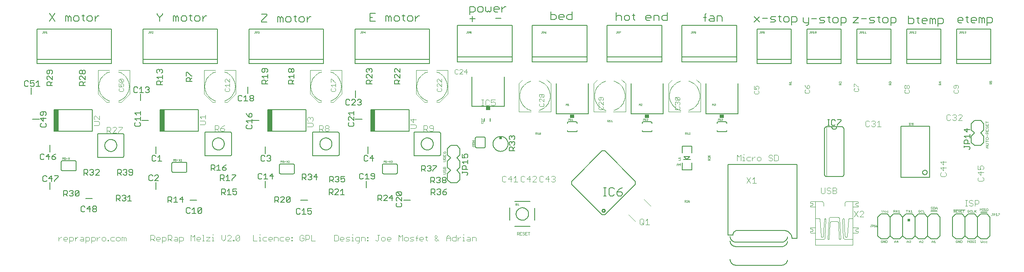
<source format=gto>
G75*
G70*
%OFA0B0*%
%FSLAX24Y24*%
%IPPOS*%
%LPD*%
%AMOC8*
5,1,8,0,0,1.08239X$1,22.5*
%
%ADD10C,0.0040*%
%ADD11C,0.0060*%
%ADD12C,0.0020*%
%ADD13C,0.0080*%
%ADD14C,0.0010*%
%ADD15C,0.0050*%
%ADD16R,0.0340X0.0300*%
%ADD17C,0.0030*%
%ADD18C,0.0100*%
%ADD19R,0.0200X0.0200*%
%ADD20R,0.0240X0.0230*%
D10*
X007327Y002329D02*
X007327Y002789D01*
X007557Y002789D01*
X007633Y002713D01*
X007633Y002559D01*
X007557Y002483D01*
X007327Y002483D01*
X007173Y002636D02*
X006866Y002636D01*
X006866Y002713D02*
X006943Y002789D01*
X007096Y002789D01*
X007173Y002713D01*
X007173Y002636D01*
X007096Y002483D02*
X006943Y002483D01*
X006866Y002559D01*
X006866Y002713D01*
X006713Y002789D02*
X006636Y002789D01*
X006483Y002636D01*
X006483Y002483D02*
X006483Y002789D01*
X007787Y002789D02*
X007787Y002483D01*
X007787Y002636D02*
X007940Y002789D01*
X008017Y002789D01*
X008247Y002789D02*
X008401Y002789D01*
X008478Y002713D01*
X008478Y002483D01*
X008247Y002483D01*
X008171Y002559D01*
X008247Y002636D01*
X008478Y002636D01*
X008631Y002789D02*
X008861Y002789D01*
X008938Y002713D01*
X008938Y002559D01*
X008861Y002483D01*
X008631Y002483D01*
X008631Y002329D02*
X008631Y002789D01*
X009091Y002789D02*
X009322Y002789D01*
X009398Y002713D01*
X009398Y002559D01*
X009322Y002483D01*
X009091Y002483D01*
X009091Y002329D02*
X009091Y002789D01*
X009552Y002789D02*
X009552Y002483D01*
X009552Y002636D02*
X009705Y002789D01*
X009782Y002789D01*
X009935Y002713D02*
X009935Y002559D01*
X010012Y002483D01*
X010166Y002483D01*
X010242Y002559D01*
X010242Y002713D01*
X010166Y002789D01*
X010012Y002789D01*
X009935Y002713D01*
X010396Y002559D02*
X010473Y002559D01*
X010473Y002483D01*
X010396Y002483D01*
X010396Y002559D01*
X010626Y002559D02*
X010703Y002483D01*
X010933Y002483D01*
X011086Y002559D02*
X011163Y002483D01*
X011317Y002483D01*
X011393Y002559D01*
X011393Y002713D01*
X011317Y002789D01*
X011163Y002789D01*
X011086Y002713D01*
X011086Y002559D01*
X010933Y002789D02*
X010703Y002789D01*
X010626Y002713D01*
X010626Y002559D01*
X011547Y002483D02*
X011547Y002789D01*
X011624Y002789D01*
X011700Y002713D01*
X011777Y002789D01*
X011854Y002713D01*
X011854Y002483D01*
X011700Y002483D02*
X011700Y002713D01*
X013849Y002636D02*
X014079Y002636D01*
X014156Y002713D01*
X014156Y002866D01*
X014079Y002943D01*
X013849Y002943D01*
X013849Y002483D01*
X014002Y002636D02*
X014156Y002483D01*
X014309Y002559D02*
X014309Y002713D01*
X014386Y002789D01*
X014539Y002789D01*
X014616Y002713D01*
X014616Y002636D01*
X014309Y002636D01*
X014309Y002559D02*
X014386Y002483D01*
X014539Y002483D01*
X014770Y002483D02*
X015000Y002483D01*
X015076Y002559D01*
X015076Y002713D01*
X015000Y002789D01*
X014770Y002789D01*
X014770Y002329D01*
X015230Y002483D02*
X015230Y002943D01*
X015460Y002943D01*
X015537Y002866D01*
X015537Y002713D01*
X015460Y002636D01*
X015230Y002636D01*
X015383Y002636D02*
X015537Y002483D01*
X015690Y002559D02*
X015767Y002636D01*
X015997Y002636D01*
X015997Y002713D02*
X015997Y002483D01*
X015767Y002483D01*
X015690Y002559D01*
X015767Y002789D02*
X015921Y002789D01*
X015997Y002713D01*
X016151Y002789D02*
X016381Y002789D01*
X016458Y002713D01*
X016458Y002559D01*
X016381Y002483D01*
X016151Y002483D01*
X016151Y002329D02*
X016151Y002789D01*
X017072Y002943D02*
X017072Y002483D01*
X017378Y002483D02*
X017378Y002943D01*
X017225Y002789D01*
X017072Y002943D01*
X017532Y002713D02*
X017609Y002789D01*
X017762Y002789D01*
X017839Y002713D01*
X017839Y002636D01*
X017532Y002636D01*
X017532Y002559D02*
X017532Y002713D01*
X017532Y002559D02*
X017609Y002483D01*
X017762Y002483D01*
X017992Y002483D02*
X018146Y002483D01*
X018069Y002483D02*
X018069Y002943D01*
X017992Y002943D01*
X018299Y002789D02*
X018606Y002789D01*
X018299Y002483D01*
X018606Y002483D01*
X018760Y002483D02*
X018913Y002483D01*
X018836Y002483D02*
X018836Y002789D01*
X018760Y002789D01*
X018836Y002943D02*
X018836Y003020D01*
X019527Y002943D02*
X019527Y002636D01*
X019680Y002483D01*
X019834Y002636D01*
X019834Y002943D01*
X019987Y002866D02*
X020064Y002943D01*
X020218Y002943D01*
X020294Y002866D01*
X020294Y002789D01*
X019987Y002483D01*
X020294Y002483D01*
X020448Y002483D02*
X020524Y002483D01*
X020524Y002559D01*
X020448Y002559D01*
X020448Y002483D01*
X020678Y002559D02*
X020985Y002866D01*
X020985Y002559D01*
X020908Y002483D01*
X020755Y002483D01*
X020678Y002559D01*
X020678Y002866D01*
X020755Y002943D01*
X020908Y002943D01*
X020985Y002866D01*
X022059Y002943D02*
X022059Y002483D01*
X022366Y002483D01*
X022520Y002483D02*
X022673Y002483D01*
X022596Y002483D02*
X022596Y002789D01*
X022520Y002789D01*
X022596Y002943D02*
X022596Y003020D01*
X022826Y002713D02*
X022903Y002789D01*
X023133Y002789D01*
X023287Y002713D02*
X023364Y002789D01*
X023517Y002789D01*
X023594Y002713D01*
X023594Y002636D01*
X023287Y002636D01*
X023287Y002559D02*
X023287Y002713D01*
X023287Y002559D02*
X023364Y002483D01*
X023517Y002483D01*
X023747Y002483D02*
X023747Y002789D01*
X023977Y002789D01*
X024054Y002713D01*
X024054Y002483D01*
X024208Y002559D02*
X024208Y002713D01*
X024284Y002789D01*
X024515Y002789D01*
X024668Y002713D02*
X024745Y002789D01*
X024898Y002789D01*
X024975Y002713D01*
X024975Y002636D01*
X024668Y002636D01*
X024668Y002559D02*
X024668Y002713D01*
X024668Y002559D02*
X024745Y002483D01*
X024898Y002483D01*
X025128Y002483D02*
X025128Y002559D01*
X025205Y002559D01*
X025205Y002483D01*
X025128Y002483D01*
X025128Y002713D02*
X025128Y002789D01*
X025205Y002789D01*
X025205Y002713D01*
X025128Y002713D01*
X024515Y002483D02*
X024284Y002483D01*
X024208Y002559D01*
X025819Y002559D02*
X025896Y002483D01*
X026049Y002483D01*
X026126Y002559D01*
X026126Y002713D01*
X025972Y002713D01*
X025819Y002866D02*
X025819Y002559D01*
X026279Y002483D02*
X026279Y002943D01*
X026510Y002943D01*
X026586Y002866D01*
X026586Y002713D01*
X026510Y002636D01*
X026279Y002636D01*
X026126Y002866D02*
X026049Y002943D01*
X025896Y002943D01*
X025819Y002866D01*
X026740Y002943D02*
X026740Y002483D01*
X027047Y002483D01*
X028581Y002483D02*
X028581Y002943D01*
X028812Y002943D01*
X028888Y002866D01*
X028888Y002559D01*
X028812Y002483D01*
X028581Y002483D01*
X029042Y002559D02*
X029042Y002713D01*
X029118Y002789D01*
X029272Y002789D01*
X029349Y002713D01*
X029349Y002636D01*
X029042Y002636D01*
X029042Y002559D02*
X029118Y002483D01*
X029272Y002483D01*
X029502Y002483D02*
X029732Y002483D01*
X029809Y002559D01*
X029732Y002636D01*
X029579Y002636D01*
X029502Y002713D01*
X029579Y002789D01*
X029809Y002789D01*
X029963Y002789D02*
X030039Y002789D01*
X030039Y002483D01*
X029963Y002483D02*
X030116Y002483D01*
X030269Y002559D02*
X030269Y002713D01*
X030346Y002789D01*
X030576Y002789D01*
X030576Y002406D01*
X030500Y002329D01*
X030423Y002329D01*
X030346Y002483D02*
X030576Y002483D01*
X030730Y002483D02*
X030730Y002789D01*
X030960Y002789D01*
X031037Y002713D01*
X031037Y002483D01*
X031190Y002483D02*
X031190Y002559D01*
X031267Y002559D01*
X031267Y002483D01*
X031190Y002483D01*
X031190Y002713D02*
X031190Y002789D01*
X031267Y002789D01*
X031267Y002713D01*
X031190Y002713D01*
X031881Y002559D02*
X031958Y002483D01*
X032034Y002483D01*
X032111Y002559D01*
X032111Y002943D01*
X032034Y002943D02*
X032188Y002943D01*
X032418Y002789D02*
X032341Y002713D01*
X032341Y002559D01*
X032418Y002483D01*
X032571Y002483D01*
X032648Y002559D01*
X032648Y002713D01*
X032571Y002789D01*
X032418Y002789D01*
X032802Y002713D02*
X032802Y002559D01*
X032878Y002483D01*
X033032Y002483D01*
X033109Y002636D02*
X032802Y002636D01*
X032802Y002713D02*
X032878Y002789D01*
X033032Y002789D01*
X033109Y002713D01*
X033109Y002636D01*
X033722Y002483D02*
X033722Y002943D01*
X033876Y002789D01*
X034029Y002943D01*
X034029Y002483D01*
X034183Y002559D02*
X034260Y002483D01*
X034413Y002483D01*
X034490Y002559D01*
X034490Y002713D01*
X034413Y002789D01*
X034260Y002789D01*
X034183Y002713D01*
X034183Y002559D01*
X034643Y002483D02*
X034873Y002483D01*
X034950Y002559D01*
X034873Y002636D01*
X034720Y002636D01*
X034643Y002713D01*
X034720Y002789D01*
X034950Y002789D01*
X035104Y002713D02*
X035257Y002713D01*
X035410Y002713D02*
X035410Y002559D01*
X035487Y002483D01*
X035641Y002483D01*
X035717Y002636D02*
X035410Y002636D01*
X035410Y002713D02*
X035487Y002789D01*
X035641Y002789D01*
X035717Y002713D01*
X035717Y002636D01*
X035871Y002789D02*
X036024Y002789D01*
X035948Y002866D02*
X035948Y002559D01*
X036024Y002483D01*
X036638Y002559D02*
X036638Y002636D01*
X036792Y002789D01*
X036792Y002866D01*
X036715Y002943D01*
X036638Y002866D01*
X036638Y002789D01*
X036945Y002483D01*
X036945Y002636D02*
X036792Y002483D01*
X036715Y002483D01*
X036638Y002559D01*
X037559Y002483D02*
X037559Y002789D01*
X037712Y002943D01*
X037866Y002789D01*
X037866Y002483D01*
X038019Y002559D02*
X038019Y002713D01*
X038096Y002789D01*
X038326Y002789D01*
X038480Y002789D02*
X038480Y002483D01*
X038480Y002636D02*
X038633Y002789D01*
X038710Y002789D01*
X038863Y002789D02*
X038940Y002789D01*
X038940Y002483D01*
X038863Y002483D02*
X039017Y002483D01*
X039170Y002559D02*
X039247Y002636D01*
X039477Y002636D01*
X039477Y002713D02*
X039477Y002483D01*
X039247Y002483D01*
X039170Y002559D01*
X039247Y002789D02*
X039401Y002789D01*
X039477Y002713D01*
X039631Y002789D02*
X039861Y002789D01*
X039938Y002713D01*
X039938Y002483D01*
X039631Y002483D02*
X039631Y002789D01*
X038940Y002943D02*
X038940Y003020D01*
X038326Y002943D02*
X038326Y002483D01*
X038096Y002483D01*
X038019Y002559D01*
X037866Y002713D02*
X037559Y002713D01*
X035257Y002943D02*
X035180Y002866D01*
X035180Y002483D01*
X030346Y002483D02*
X030269Y002559D01*
X030039Y002943D02*
X030039Y003020D01*
X023133Y002483D02*
X022903Y002483D01*
X022826Y002559D01*
X022826Y002713D01*
X042045Y007309D02*
X042122Y007233D01*
X042275Y007233D01*
X042352Y007309D01*
X042505Y007463D02*
X042812Y007463D01*
X042966Y007539D02*
X043119Y007693D01*
X043119Y007233D01*
X042966Y007233D02*
X043273Y007233D01*
X043545Y007309D02*
X043622Y007233D01*
X043775Y007233D01*
X043852Y007309D01*
X044005Y007463D02*
X044312Y007463D01*
X044466Y007616D02*
X044543Y007693D01*
X044696Y007693D01*
X044773Y007616D01*
X044773Y007539D01*
X044466Y007233D01*
X044773Y007233D01*
X045039Y007309D02*
X045116Y007233D01*
X045269Y007233D01*
X045346Y007309D01*
X045499Y007463D02*
X045806Y007463D01*
X045960Y007616D02*
X046036Y007693D01*
X046190Y007693D01*
X046267Y007616D01*
X046267Y007539D01*
X046190Y007463D01*
X046267Y007386D01*
X046267Y007309D01*
X046190Y007233D01*
X046036Y007233D01*
X045960Y007309D01*
X046113Y007463D02*
X046190Y007463D01*
X045729Y007233D02*
X045729Y007693D01*
X045499Y007463D01*
X045346Y007616D02*
X045269Y007693D01*
X045116Y007693D01*
X045039Y007616D01*
X045039Y007309D01*
X044236Y007233D02*
X044236Y007693D01*
X044005Y007463D01*
X043852Y007616D02*
X043775Y007693D01*
X043622Y007693D01*
X043545Y007616D01*
X043545Y007309D01*
X042736Y007233D02*
X042736Y007693D01*
X042505Y007463D01*
X042352Y007616D02*
X042275Y007693D01*
X042122Y007693D01*
X042045Y007616D01*
X042045Y007309D01*
X052173Y004602D02*
X052702Y004073D01*
X053070Y004178D02*
X053147Y004254D01*
X053300Y004254D01*
X053377Y004178D01*
X053377Y003871D01*
X053300Y003794D01*
X053147Y003794D01*
X053070Y003871D01*
X053070Y004178D01*
X053224Y003947D02*
X053377Y003794D01*
X053531Y003794D02*
X053838Y003794D01*
X053684Y003794D02*
X053684Y004254D01*
X053531Y004101D01*
X053927Y005298D02*
X053398Y005827D01*
X061627Y007119D02*
X061934Y007579D01*
X062087Y007426D02*
X062241Y007579D01*
X062241Y007119D01*
X062394Y007119D02*
X062087Y007119D01*
X061934Y007119D02*
X061627Y007579D01*
X061702Y008920D02*
X061932Y008920D01*
X062085Y008920D02*
X062085Y009227D01*
X061932Y009227D02*
X061702Y009227D01*
X061625Y009150D01*
X061625Y008997D01*
X061702Y008920D01*
X061471Y008920D02*
X061318Y008920D01*
X061395Y008920D02*
X061395Y009227D01*
X061318Y009227D01*
X061395Y009380D02*
X061395Y009457D01*
X061164Y009380D02*
X061011Y009227D01*
X060858Y009380D01*
X060858Y008920D01*
X061164Y008920D02*
X061164Y009380D01*
X062085Y009073D02*
X062239Y009227D01*
X062315Y009227D01*
X062469Y009150D02*
X062469Y008997D01*
X062546Y008920D01*
X062699Y008920D01*
X062776Y008997D01*
X062776Y009150D01*
X062699Y009227D01*
X062546Y009227D01*
X062469Y009150D01*
X063390Y009227D02*
X063390Y009304D01*
X063466Y009380D01*
X063620Y009380D01*
X063697Y009304D01*
X063850Y009380D02*
X064080Y009380D01*
X064157Y009304D01*
X064157Y008997D01*
X064080Y008920D01*
X063850Y008920D01*
X063850Y009380D01*
X063620Y009150D02*
X063697Y009073D01*
X063697Y008997D01*
X063620Y008920D01*
X063466Y008920D01*
X063390Y008997D01*
X063466Y009150D02*
X063620Y009150D01*
X063466Y009150D02*
X063390Y009227D01*
X067608Y006755D02*
X067608Y006372D01*
X067684Y006295D01*
X067838Y006295D01*
X067914Y006372D01*
X067914Y006755D01*
X068068Y006679D02*
X068068Y006602D01*
X068145Y006525D01*
X068298Y006525D01*
X068375Y006448D01*
X068375Y006372D01*
X068298Y006295D01*
X068145Y006295D01*
X068068Y006372D01*
X068528Y006295D02*
X068758Y006295D01*
X068835Y006372D01*
X068835Y006448D01*
X068758Y006525D01*
X068528Y006525D01*
X068375Y006679D02*
X068298Y006755D01*
X068145Y006755D01*
X068068Y006679D01*
X068528Y006755D02*
X068758Y006755D01*
X068835Y006679D01*
X068835Y006602D01*
X068758Y006525D01*
X068528Y006295D02*
X068528Y006755D01*
X067648Y005654D02*
X067152Y005654D01*
X067152Y002150D01*
X070149Y002150D01*
X070149Y003574D01*
X070518Y003574D01*
X070519Y003574D02*
X070532Y003573D01*
X070545Y003568D01*
X070557Y003561D01*
X070567Y003551D01*
X070574Y003539D01*
X070579Y003526D01*
X070580Y003513D01*
X070579Y003513D02*
X070579Y003513D01*
X070577Y003498D01*
X070572Y003484D01*
X070565Y003472D01*
X070554Y003461D01*
X070542Y003454D01*
X070528Y003449D01*
X070513Y003447D01*
X070452Y003447D01*
X070452Y003446D02*
X070435Y003444D01*
X070418Y003439D01*
X070403Y003431D01*
X070390Y003420D01*
X070379Y003407D01*
X070371Y003392D01*
X070366Y003375D01*
X070364Y003358D01*
X070364Y003347D01*
X070366Y003330D01*
X070371Y003313D01*
X070379Y003298D01*
X070390Y003285D01*
X070403Y003274D01*
X070418Y003266D01*
X070435Y003261D01*
X070452Y003259D01*
X070518Y003259D01*
X070532Y003257D01*
X070544Y003253D01*
X070556Y003246D01*
X070566Y003236D01*
X070573Y003224D01*
X070577Y003212D01*
X070579Y003198D01*
X070577Y003183D01*
X070572Y003169D01*
X070565Y003157D01*
X070554Y003146D01*
X070542Y003139D01*
X070528Y003134D01*
X070513Y003132D01*
X070171Y003132D01*
X069713Y002895D02*
X069801Y004236D01*
X069803Y004248D01*
X069809Y004259D01*
X069817Y004268D01*
X069827Y004275D01*
X069838Y004279D01*
X069850Y004280D01*
X069851Y004280D02*
X070127Y004280D01*
X070249Y004420D02*
X070556Y004880D01*
X070710Y004804D02*
X070786Y004880D01*
X070940Y004880D01*
X071017Y004804D01*
X071017Y004727D01*
X070710Y004420D01*
X071017Y004420D01*
X070556Y004420D02*
X070249Y004880D01*
X070171Y005213D02*
X070513Y005213D01*
X070528Y005215D01*
X070542Y005220D01*
X070554Y005227D01*
X070565Y005238D01*
X070572Y005250D01*
X070577Y005264D01*
X070579Y005279D01*
X070577Y005293D01*
X070573Y005305D01*
X070566Y005317D01*
X070556Y005327D01*
X070544Y005334D01*
X070532Y005338D01*
X070518Y005340D01*
X070452Y005340D01*
X070435Y005342D01*
X070418Y005347D01*
X070403Y005355D01*
X070390Y005366D01*
X070379Y005379D01*
X070371Y005394D01*
X070366Y005411D01*
X070364Y005428D01*
X070364Y005439D01*
X070366Y005456D01*
X070371Y005473D01*
X070379Y005488D01*
X070390Y005501D01*
X070403Y005512D01*
X070418Y005520D01*
X070435Y005525D01*
X070452Y005527D01*
X070513Y005527D01*
X070513Y005528D02*
X070528Y005530D01*
X070542Y005535D01*
X070554Y005542D01*
X070565Y005553D01*
X070572Y005565D01*
X070577Y005579D01*
X070579Y005594D01*
X070579Y005594D01*
X070580Y005594D02*
X070579Y005607D01*
X070574Y005620D01*
X070567Y005632D01*
X070557Y005642D01*
X070545Y005649D01*
X070532Y005654D01*
X070519Y005655D01*
X070518Y005654D02*
X070149Y005654D01*
X070149Y003574D01*
X069519Y002889D02*
X069431Y004225D01*
X069429Y004239D01*
X069423Y004251D01*
X069414Y004263D01*
X069404Y004271D01*
X069391Y004277D01*
X069377Y004280D01*
X069363Y004279D01*
X069350Y004275D01*
X069338Y004268D01*
X069328Y004258D01*
X069320Y004247D01*
X069316Y004233D01*
X069315Y004219D01*
X069381Y002773D01*
X069381Y002757D01*
X069383Y002735D01*
X069388Y002714D01*
X069396Y002694D01*
X069407Y002676D01*
X069421Y002659D01*
X069438Y002645D01*
X069456Y002634D01*
X069476Y002626D01*
X069497Y002621D01*
X069519Y002619D01*
X070127Y002619D01*
X069713Y002895D02*
X069711Y002877D01*
X069706Y002859D01*
X069697Y002843D01*
X069685Y002828D01*
X069671Y002816D01*
X069655Y002807D01*
X069637Y002801D01*
X069619Y002799D01*
X069600Y002800D01*
X069582Y002805D01*
X069566Y002813D01*
X069551Y002824D01*
X069538Y002838D01*
X069529Y002854D01*
X069522Y002871D01*
X069519Y002890D01*
X069161Y002679D02*
X069078Y004252D01*
X069076Y004275D01*
X069071Y004296D01*
X069062Y004317D01*
X069050Y004337D01*
X069036Y004354D01*
X069019Y004368D01*
X068999Y004380D01*
X068978Y004389D01*
X068957Y004394D01*
X068934Y004396D01*
X068355Y004396D01*
X068334Y004394D01*
X068314Y004389D01*
X068295Y004381D01*
X068277Y004371D01*
X068261Y004357D01*
X068247Y004341D01*
X068237Y004323D01*
X068229Y004304D01*
X068224Y004284D01*
X068222Y004263D01*
X068222Y004264D02*
X068140Y002679D01*
X068139Y002680D02*
X068140Y002666D01*
X068145Y002653D01*
X068153Y002642D01*
X068163Y002633D01*
X068176Y002627D01*
X068189Y002624D01*
X068203Y002625D01*
X068216Y002630D01*
X068227Y002638D01*
X068236Y002648D01*
X068242Y002661D01*
X068245Y002674D01*
X068244Y002674D02*
X068311Y003899D01*
X068313Y003923D01*
X068318Y003947D01*
X068326Y003970D01*
X068338Y003991D01*
X068353Y004011D01*
X068370Y004028D01*
X068390Y004043D01*
X068411Y004055D01*
X068434Y004063D01*
X068458Y004068D01*
X068482Y004070D01*
X068829Y004070D01*
X068829Y004071D02*
X068853Y004069D01*
X068876Y004064D01*
X068898Y004056D01*
X068919Y004045D01*
X068938Y004030D01*
X068954Y004014D01*
X068969Y003995D01*
X068980Y003974D01*
X068988Y003952D01*
X068993Y003929D01*
X068995Y003905D01*
X068995Y003877D01*
X069050Y002679D01*
X069052Y002666D01*
X069058Y002653D01*
X069067Y002642D01*
X069078Y002634D01*
X069091Y002629D01*
X069105Y002627D01*
X069119Y002629D01*
X069132Y002634D01*
X069143Y002642D01*
X069152Y002653D01*
X069158Y002666D01*
X069160Y002679D01*
X067919Y002757D02*
X067919Y002773D01*
X067985Y004219D01*
X067984Y004233D01*
X067980Y004247D01*
X067972Y004258D01*
X067962Y004268D01*
X067950Y004275D01*
X067937Y004279D01*
X067923Y004280D01*
X067909Y004277D01*
X067896Y004271D01*
X067886Y004263D01*
X067877Y004251D01*
X067871Y004239D01*
X067869Y004225D01*
X067781Y002889D01*
X067781Y002890D02*
X067778Y002871D01*
X067771Y002854D01*
X067762Y002838D01*
X067749Y002824D01*
X067734Y002813D01*
X067718Y002805D01*
X067700Y002800D01*
X067681Y002799D01*
X067663Y002801D01*
X067645Y002807D01*
X067629Y002816D01*
X067615Y002828D01*
X067603Y002843D01*
X067594Y002859D01*
X067589Y002877D01*
X067587Y002895D01*
X067588Y002895D02*
X067499Y004236D01*
X067497Y004248D01*
X067491Y004259D01*
X067483Y004268D01*
X067473Y004275D01*
X067462Y004279D01*
X067450Y004280D01*
X067174Y004280D01*
X067130Y003574D02*
X066787Y003574D01*
X066787Y003573D02*
X066772Y003571D01*
X066758Y003566D01*
X066746Y003559D01*
X066735Y003548D01*
X066728Y003536D01*
X066723Y003522D01*
X066721Y003507D01*
X066723Y003493D01*
X066727Y003481D01*
X066734Y003469D01*
X066744Y003459D01*
X066756Y003452D01*
X066768Y003448D01*
X066782Y003446D01*
X066782Y003447D02*
X066848Y003447D01*
X066848Y003446D02*
X066865Y003444D01*
X066882Y003439D01*
X066897Y003431D01*
X066910Y003420D01*
X066921Y003407D01*
X066929Y003392D01*
X066934Y003375D01*
X066936Y003358D01*
X066936Y003347D01*
X066934Y003330D01*
X066929Y003313D01*
X066921Y003298D01*
X066910Y003285D01*
X066897Y003274D01*
X066882Y003266D01*
X066865Y003261D01*
X066848Y003259D01*
X066787Y003259D01*
X066772Y003257D01*
X066758Y003252D01*
X066746Y003245D01*
X066735Y003234D01*
X066728Y003222D01*
X066723Y003208D01*
X066721Y003193D01*
X066721Y003193D01*
X066722Y003180D01*
X066727Y003167D01*
X066734Y003155D01*
X066744Y003145D01*
X066756Y003138D01*
X066769Y003133D01*
X066782Y003132D01*
X067152Y003132D01*
X067174Y002619D02*
X067781Y002619D01*
X067803Y002621D01*
X067824Y002626D01*
X067844Y002634D01*
X067862Y002645D01*
X067879Y002659D01*
X067893Y002676D01*
X067904Y002694D01*
X067912Y002714D01*
X067917Y002735D01*
X067919Y002757D01*
X067152Y005213D02*
X066782Y005213D01*
X066782Y005212D02*
X066769Y005214D01*
X066756Y005218D01*
X066744Y005225D01*
X066734Y005235D01*
X066727Y005247D01*
X066722Y005260D01*
X066721Y005273D01*
X066721Y005274D02*
X066721Y005274D01*
X066723Y005289D01*
X066728Y005303D01*
X066735Y005315D01*
X066746Y005326D01*
X066758Y005333D01*
X066772Y005338D01*
X066787Y005340D01*
X066848Y005340D01*
X066865Y005342D01*
X066882Y005347D01*
X066897Y005355D01*
X066910Y005366D01*
X066921Y005379D01*
X066929Y005394D01*
X066934Y005411D01*
X066936Y005428D01*
X066936Y005439D01*
X066934Y005456D01*
X066929Y005473D01*
X066921Y005488D01*
X066910Y005501D01*
X066897Y005512D01*
X066882Y005520D01*
X066865Y005525D01*
X066848Y005527D01*
X066782Y005527D01*
X066768Y005529D01*
X066756Y005533D01*
X066744Y005540D01*
X066734Y005550D01*
X066727Y005562D01*
X066723Y005574D01*
X066721Y005588D01*
X066723Y005603D01*
X066728Y005617D01*
X066735Y005629D01*
X066746Y005640D01*
X066758Y005647D01*
X066772Y005652D01*
X066787Y005654D01*
X067157Y005654D01*
X067648Y005654D02*
X067670Y005652D01*
X067692Y005647D01*
X067713Y005638D01*
X067732Y005627D01*
X067749Y005612D01*
X067764Y005595D01*
X067775Y005576D01*
X067784Y005555D01*
X067789Y005533D01*
X067791Y005511D01*
X067792Y005511D02*
X067792Y005301D01*
X069508Y005285D02*
X069508Y005516D01*
X069510Y005538D01*
X069515Y005559D01*
X069523Y005579D01*
X069534Y005597D01*
X069548Y005614D01*
X069565Y005628D01*
X069583Y005639D01*
X069603Y005647D01*
X069624Y005652D01*
X069646Y005654D01*
X070149Y005654D01*
X077170Y007747D02*
X077246Y007670D01*
X077553Y007670D01*
X077630Y007747D01*
X077630Y007900D01*
X077553Y007977D01*
X077400Y008130D02*
X077400Y008437D01*
X077400Y008591D02*
X077400Y008898D01*
X077630Y008821D02*
X077170Y008821D01*
X077400Y008591D01*
X077630Y008361D02*
X077170Y008361D01*
X077400Y008130D01*
X077246Y007977D02*
X077170Y007900D01*
X077170Y007747D01*
X080170Y007519D02*
X080170Y007366D01*
X080246Y007289D01*
X080553Y007289D01*
X080630Y007366D01*
X080630Y007519D01*
X080553Y007596D01*
X080400Y007749D02*
X080400Y008056D01*
X080400Y008210D02*
X080170Y008210D01*
X080170Y008517D01*
X080323Y008440D02*
X080400Y008517D01*
X080553Y008517D01*
X080630Y008440D01*
X080630Y008286D01*
X080553Y008210D01*
X080400Y008210D02*
X080323Y008363D01*
X080323Y008440D01*
X080170Y007979D02*
X080400Y007749D01*
X080246Y007596D02*
X080170Y007519D01*
X080170Y007979D02*
X080630Y007979D01*
X080168Y005755D02*
X080244Y005679D01*
X080244Y005525D01*
X080168Y005448D01*
X079937Y005448D01*
X079937Y005295D02*
X079937Y005755D01*
X080168Y005755D01*
X079784Y005679D02*
X079707Y005755D01*
X079554Y005755D01*
X079477Y005679D01*
X079477Y005602D01*
X079554Y005525D01*
X079707Y005525D01*
X079784Y005448D01*
X079784Y005372D01*
X079707Y005295D01*
X079554Y005295D01*
X079477Y005372D01*
X079323Y005295D02*
X079170Y005295D01*
X079247Y005295D02*
X079247Y005755D01*
X079323Y005755D02*
X079170Y005755D01*
X072398Y011670D02*
X072091Y011670D01*
X072244Y011670D02*
X072244Y012130D01*
X072091Y011977D01*
X071937Y011977D02*
X071861Y011900D01*
X071937Y011823D01*
X071937Y011747D01*
X071861Y011670D01*
X071707Y011670D01*
X071630Y011747D01*
X071477Y011747D02*
X071400Y011670D01*
X071247Y011670D01*
X071170Y011747D01*
X071170Y012054D01*
X071247Y012130D01*
X071400Y012130D01*
X071477Y012054D01*
X071630Y012054D02*
X071707Y012130D01*
X071861Y012130D01*
X071937Y012054D01*
X071937Y011977D01*
X071861Y011900D02*
X071784Y011900D01*
X077670Y012247D02*
X077747Y012170D01*
X077900Y012170D01*
X077977Y012247D01*
X078130Y012247D02*
X078207Y012170D01*
X078361Y012170D01*
X078437Y012247D01*
X078437Y012323D01*
X078361Y012400D01*
X078284Y012400D01*
X078361Y012400D02*
X078437Y012477D01*
X078437Y012554D01*
X078361Y012630D01*
X078207Y012630D01*
X078130Y012554D01*
X077977Y012554D02*
X077900Y012630D01*
X077747Y012630D01*
X077670Y012554D01*
X077670Y012247D01*
X078591Y012170D02*
X078898Y012477D01*
X078898Y012554D01*
X078821Y012630D01*
X078668Y012630D01*
X078591Y012554D01*
X078591Y012170D02*
X078898Y012170D01*
X057930Y012870D02*
X056926Y012870D01*
X056335Y012870D02*
X055370Y012870D01*
X055370Y015115D01*
X055685Y015430D01*
X057615Y015430D02*
X057930Y015115D01*
X057930Y012870D01*
X056985Y012979D02*
X057051Y013000D01*
X057115Y013025D01*
X057178Y013053D01*
X057240Y013084D01*
X057300Y013119D01*
X057357Y013158D01*
X057412Y013200D01*
X057465Y013244D01*
X057515Y013292D01*
X057563Y013342D01*
X057607Y013395D01*
X057649Y013451D01*
X057687Y013509D01*
X057722Y013568D01*
X057753Y013630D01*
X057781Y013693D01*
X057805Y013758D01*
X057825Y013824D01*
X057842Y013891D01*
X057855Y013959D01*
X057864Y014028D01*
X057869Y014097D01*
X057870Y014166D01*
X057867Y014235D01*
X057860Y014304D01*
X057850Y014373D01*
X057835Y014440D01*
X057817Y014507D01*
X057795Y014573D01*
X057769Y014637D01*
X057740Y014699D01*
X057707Y014760D01*
X057670Y014819D01*
X057631Y014876D01*
X057588Y014930D01*
X057542Y014982D01*
X057494Y015032D01*
X057442Y015078D01*
X057388Y015121D01*
X057332Y015162D01*
X057274Y015198D01*
X057213Y015232D01*
X057151Y015262D01*
X057087Y015289D01*
X057021Y015312D01*
X056955Y015331D01*
X056315Y015321D02*
X056249Y015300D01*
X056185Y015275D01*
X056122Y015247D01*
X056060Y015216D01*
X056000Y015181D01*
X055943Y015142D01*
X055888Y015100D01*
X055835Y015056D01*
X055785Y015008D01*
X055737Y014958D01*
X055693Y014905D01*
X055651Y014849D01*
X055613Y014791D01*
X055578Y014732D01*
X055547Y014670D01*
X055519Y014607D01*
X055495Y014542D01*
X055475Y014476D01*
X055458Y014409D01*
X055445Y014341D01*
X055436Y014272D01*
X055431Y014203D01*
X055430Y014134D01*
X055433Y014065D01*
X055440Y013996D01*
X055450Y013927D01*
X055465Y013860D01*
X055483Y013793D01*
X055505Y013727D01*
X055531Y013663D01*
X055560Y013601D01*
X055593Y013540D01*
X055630Y013481D01*
X055669Y013424D01*
X055712Y013370D01*
X055758Y013318D01*
X055806Y013268D01*
X055858Y013222D01*
X055912Y013179D01*
X055968Y013138D01*
X056026Y013102D01*
X056087Y013068D01*
X056149Y013038D01*
X056213Y013011D01*
X056279Y012988D01*
X056345Y012969D01*
X051930Y012870D02*
X050926Y012870D01*
X050335Y012870D02*
X049370Y012870D01*
X049370Y015115D01*
X049685Y015430D01*
X051615Y015430D02*
X051930Y015115D01*
X051930Y012870D01*
X050985Y012979D02*
X051051Y013000D01*
X051115Y013025D01*
X051178Y013053D01*
X051240Y013084D01*
X051300Y013119D01*
X051357Y013158D01*
X051412Y013200D01*
X051465Y013244D01*
X051515Y013292D01*
X051563Y013342D01*
X051607Y013395D01*
X051649Y013451D01*
X051687Y013509D01*
X051722Y013568D01*
X051753Y013630D01*
X051781Y013693D01*
X051805Y013758D01*
X051825Y013824D01*
X051842Y013891D01*
X051855Y013959D01*
X051864Y014028D01*
X051869Y014097D01*
X051870Y014166D01*
X051867Y014235D01*
X051860Y014304D01*
X051850Y014373D01*
X051835Y014440D01*
X051817Y014507D01*
X051795Y014573D01*
X051769Y014637D01*
X051740Y014699D01*
X051707Y014760D01*
X051670Y014819D01*
X051631Y014876D01*
X051588Y014930D01*
X051542Y014982D01*
X051494Y015032D01*
X051442Y015078D01*
X051388Y015121D01*
X051332Y015162D01*
X051274Y015198D01*
X051213Y015232D01*
X051151Y015262D01*
X051087Y015289D01*
X051021Y015312D01*
X050955Y015331D01*
X050315Y015321D02*
X050249Y015300D01*
X050185Y015275D01*
X050122Y015247D01*
X050060Y015216D01*
X050000Y015181D01*
X049943Y015142D01*
X049888Y015100D01*
X049835Y015056D01*
X049785Y015008D01*
X049737Y014958D01*
X049693Y014905D01*
X049651Y014849D01*
X049613Y014791D01*
X049578Y014732D01*
X049547Y014670D01*
X049519Y014607D01*
X049495Y014542D01*
X049475Y014476D01*
X049458Y014409D01*
X049445Y014341D01*
X049436Y014272D01*
X049431Y014203D01*
X049430Y014134D01*
X049433Y014065D01*
X049440Y013996D01*
X049450Y013927D01*
X049465Y013860D01*
X049483Y013793D01*
X049505Y013727D01*
X049531Y013663D01*
X049560Y013601D01*
X049593Y013540D01*
X049630Y013481D01*
X049669Y013424D01*
X049712Y013370D01*
X049758Y013318D01*
X049806Y013268D01*
X049858Y013222D01*
X049912Y013179D01*
X049968Y013138D01*
X050026Y013102D01*
X050087Y013068D01*
X050149Y013038D01*
X050213Y013011D01*
X050279Y012988D01*
X050345Y012969D01*
X045930Y012870D02*
X044926Y012870D01*
X044335Y012870D02*
X043370Y012870D01*
X043370Y015115D01*
X043685Y015430D01*
X045615Y015430D02*
X045930Y015115D01*
X045930Y012870D01*
X044985Y012979D02*
X045051Y013000D01*
X045115Y013025D01*
X045178Y013053D01*
X045240Y013084D01*
X045300Y013119D01*
X045357Y013158D01*
X045412Y013200D01*
X045465Y013244D01*
X045515Y013292D01*
X045563Y013342D01*
X045607Y013395D01*
X045649Y013451D01*
X045687Y013509D01*
X045722Y013568D01*
X045753Y013630D01*
X045781Y013693D01*
X045805Y013758D01*
X045825Y013824D01*
X045842Y013891D01*
X045855Y013959D01*
X045864Y014028D01*
X045869Y014097D01*
X045870Y014166D01*
X045867Y014235D01*
X045860Y014304D01*
X045850Y014373D01*
X045835Y014440D01*
X045817Y014507D01*
X045795Y014573D01*
X045769Y014637D01*
X045740Y014699D01*
X045707Y014760D01*
X045670Y014819D01*
X045631Y014876D01*
X045588Y014930D01*
X045542Y014982D01*
X045494Y015032D01*
X045442Y015078D01*
X045388Y015121D01*
X045332Y015162D01*
X045274Y015198D01*
X045213Y015232D01*
X045151Y015262D01*
X045087Y015289D01*
X045021Y015312D01*
X044955Y015331D01*
X044315Y015321D02*
X044249Y015300D01*
X044185Y015275D01*
X044122Y015247D01*
X044060Y015216D01*
X044000Y015181D01*
X043943Y015142D01*
X043888Y015100D01*
X043835Y015056D01*
X043785Y015008D01*
X043737Y014958D01*
X043693Y014905D01*
X043651Y014849D01*
X043613Y014791D01*
X043578Y014732D01*
X043547Y014670D01*
X043519Y014607D01*
X043495Y014542D01*
X043475Y014476D01*
X043458Y014409D01*
X043445Y014341D01*
X043436Y014272D01*
X043431Y014203D01*
X043430Y014134D01*
X043433Y014065D01*
X043440Y013996D01*
X043450Y013927D01*
X043465Y013860D01*
X043483Y013793D01*
X043505Y013727D01*
X043531Y013663D01*
X043560Y013601D01*
X043593Y013540D01*
X043630Y013481D01*
X043669Y013424D01*
X043712Y013370D01*
X043758Y013318D01*
X043806Y013268D01*
X043858Y013222D01*
X043912Y013179D01*
X043968Y013138D01*
X044026Y013102D01*
X044087Y013068D01*
X044149Y013038D01*
X044213Y013011D01*
X044279Y012988D01*
X044345Y012969D01*
X041454Y013434D02*
X041454Y013588D01*
X041377Y013664D01*
X041301Y013664D01*
X041147Y013588D01*
X041147Y013818D01*
X041454Y013818D01*
X040994Y013741D02*
X040917Y013818D01*
X040763Y013818D01*
X040687Y013741D01*
X040687Y013434D01*
X040763Y013358D01*
X040917Y013358D01*
X040994Y013434D01*
X041147Y013434D02*
X041224Y013358D01*
X041377Y013358D01*
X041454Y013434D01*
X040533Y013358D02*
X040380Y013358D01*
X040457Y013358D02*
X040457Y013818D01*
X040533Y013818D02*
X040380Y013818D01*
X037680Y014290D02*
X037010Y013620D01*
X036774Y013620D01*
X036026Y013620D02*
X035790Y013620D01*
X035120Y014290D01*
X035120Y016180D01*
X036026Y016180D01*
X036774Y016180D02*
X037680Y016180D01*
X037680Y014290D01*
X036026Y013739D02*
X035962Y013761D01*
X035899Y013788D01*
X035837Y013818D01*
X035778Y013851D01*
X035720Y013887D01*
X035664Y013927D01*
X035611Y013970D01*
X035560Y014015D01*
X035512Y014063D01*
X035467Y014114D01*
X035424Y014168D01*
X035385Y014224D01*
X035348Y014281D01*
X035315Y014341D01*
X035286Y014403D01*
X035260Y014466D01*
X035237Y014530D01*
X035218Y014596D01*
X035203Y014663D01*
X035192Y014730D01*
X035184Y014798D01*
X035180Y014866D01*
X035180Y014934D01*
X035184Y015002D01*
X035192Y015070D01*
X035203Y015137D01*
X035218Y015204D01*
X035237Y015270D01*
X035260Y015334D01*
X035286Y015397D01*
X035315Y015459D01*
X035348Y015519D01*
X035385Y015576D01*
X035424Y015632D01*
X035467Y015686D01*
X035512Y015737D01*
X035560Y015785D01*
X035611Y015830D01*
X035664Y015873D01*
X035720Y015913D01*
X035778Y015949D01*
X035837Y015982D01*
X035899Y016012D01*
X035962Y016039D01*
X036026Y016061D01*
X036774Y016061D02*
X036838Y016039D01*
X036901Y016012D01*
X036963Y015982D01*
X037022Y015949D01*
X037080Y015913D01*
X037136Y015873D01*
X037189Y015830D01*
X037240Y015785D01*
X037288Y015737D01*
X037333Y015686D01*
X037376Y015632D01*
X037415Y015576D01*
X037452Y015519D01*
X037485Y015459D01*
X037514Y015397D01*
X037540Y015334D01*
X037563Y015270D01*
X037582Y015204D01*
X037597Y015137D01*
X037608Y015070D01*
X037616Y015002D01*
X037620Y014934D01*
X037620Y014866D01*
X037616Y014798D01*
X037608Y014730D01*
X037597Y014663D01*
X037582Y014596D01*
X037563Y014530D01*
X037540Y014466D01*
X037514Y014403D01*
X037485Y014341D01*
X037452Y014281D01*
X037415Y014224D01*
X037376Y014168D01*
X037333Y014114D01*
X037288Y014063D01*
X037240Y014015D01*
X037189Y013970D01*
X037136Y013927D01*
X037080Y013887D01*
X037022Y013851D01*
X036963Y013818D01*
X036901Y013788D01*
X036838Y013761D01*
X036774Y013739D01*
X035125Y012210D02*
X034664Y012210D01*
X034894Y011979D01*
X034894Y012286D01*
X035048Y011826D02*
X034664Y011826D01*
X034664Y011519D02*
X035048Y011519D01*
X035125Y011596D01*
X035125Y011749D01*
X035048Y011826D01*
X035743Y011755D02*
X035973Y011755D01*
X036050Y011678D01*
X036050Y011525D01*
X035973Y011448D01*
X035743Y011448D01*
X035896Y011448D02*
X036050Y011295D01*
X036203Y011371D02*
X036280Y011295D01*
X036433Y011295D01*
X036510Y011371D01*
X036510Y011678D01*
X036433Y011755D01*
X036280Y011755D01*
X036203Y011678D01*
X036203Y011601D01*
X036280Y011525D01*
X036510Y011525D01*
X035743Y011295D02*
X035743Y011755D01*
X029180Y014290D02*
X028510Y013620D01*
X028274Y013620D01*
X027526Y013620D02*
X027290Y013620D01*
X026620Y014290D01*
X026620Y016180D01*
X027526Y016180D01*
X028274Y016180D02*
X029180Y016180D01*
X029180Y014290D01*
X027526Y013739D02*
X027462Y013761D01*
X027399Y013788D01*
X027337Y013818D01*
X027278Y013851D01*
X027220Y013887D01*
X027164Y013927D01*
X027111Y013970D01*
X027060Y014015D01*
X027012Y014063D01*
X026967Y014114D01*
X026924Y014168D01*
X026885Y014224D01*
X026848Y014281D01*
X026815Y014341D01*
X026786Y014403D01*
X026760Y014466D01*
X026737Y014530D01*
X026718Y014596D01*
X026703Y014663D01*
X026692Y014730D01*
X026684Y014798D01*
X026680Y014866D01*
X026680Y014934D01*
X026684Y015002D01*
X026692Y015070D01*
X026703Y015137D01*
X026718Y015204D01*
X026737Y015270D01*
X026760Y015334D01*
X026786Y015397D01*
X026815Y015459D01*
X026848Y015519D01*
X026885Y015576D01*
X026924Y015632D01*
X026967Y015686D01*
X027012Y015737D01*
X027060Y015785D01*
X027111Y015830D01*
X027164Y015873D01*
X027220Y015913D01*
X027278Y015949D01*
X027337Y015982D01*
X027399Y016012D01*
X027462Y016039D01*
X027526Y016061D01*
X028274Y016061D02*
X028338Y016039D01*
X028401Y016012D01*
X028463Y015982D01*
X028522Y015949D01*
X028580Y015913D01*
X028636Y015873D01*
X028689Y015830D01*
X028740Y015785D01*
X028788Y015737D01*
X028833Y015686D01*
X028876Y015632D01*
X028915Y015576D01*
X028952Y015519D01*
X028985Y015459D01*
X029014Y015397D01*
X029040Y015334D01*
X029063Y015270D01*
X029082Y015204D01*
X029097Y015137D01*
X029108Y015070D01*
X029116Y015002D01*
X029120Y014934D01*
X029120Y014866D01*
X029116Y014798D01*
X029108Y014730D01*
X029097Y014663D01*
X029082Y014596D01*
X029063Y014530D01*
X029040Y014466D01*
X029014Y014403D01*
X028985Y014341D01*
X028952Y014281D01*
X028915Y014224D01*
X028876Y014168D01*
X028833Y014114D01*
X028788Y014063D01*
X028740Y014015D01*
X028689Y013970D01*
X028636Y013927D01*
X028580Y013887D01*
X028522Y013851D01*
X028463Y013818D01*
X028401Y013788D01*
X028338Y013761D01*
X028274Y013739D01*
X026875Y012335D02*
X026798Y012411D01*
X026721Y012411D01*
X026644Y012335D01*
X026644Y012258D01*
X026644Y012335D02*
X026568Y012411D01*
X026491Y012411D01*
X026414Y012335D01*
X026414Y012181D01*
X026491Y012104D01*
X026414Y011951D02*
X026798Y011951D01*
X026875Y011874D01*
X026875Y011721D01*
X026798Y011644D01*
X026414Y011644D01*
X027368Y011755D02*
X027368Y011295D01*
X027368Y011448D02*
X027598Y011448D01*
X027675Y011525D01*
X027675Y011678D01*
X027598Y011755D01*
X027368Y011755D01*
X027521Y011448D02*
X027675Y011295D01*
X027828Y011371D02*
X027828Y011448D01*
X027905Y011525D01*
X028058Y011525D01*
X028135Y011448D01*
X028135Y011371D01*
X028058Y011295D01*
X027905Y011295D01*
X027828Y011371D01*
X027905Y011525D02*
X027828Y011601D01*
X027828Y011678D01*
X027905Y011755D01*
X028058Y011755D01*
X028135Y011678D01*
X028135Y011601D01*
X028058Y011525D01*
X026875Y012181D02*
X026798Y012104D01*
X026875Y012181D02*
X026875Y012335D01*
X020680Y014290D02*
X020010Y013620D01*
X019774Y013620D01*
X019026Y013620D02*
X018790Y013620D01*
X018120Y014290D01*
X018120Y016180D01*
X019026Y016180D01*
X019774Y016180D02*
X020680Y016180D01*
X020680Y014290D01*
X019026Y013739D02*
X018962Y013761D01*
X018899Y013788D01*
X018837Y013818D01*
X018778Y013851D01*
X018720Y013887D01*
X018664Y013927D01*
X018611Y013970D01*
X018560Y014015D01*
X018512Y014063D01*
X018467Y014114D01*
X018424Y014168D01*
X018385Y014224D01*
X018348Y014281D01*
X018315Y014341D01*
X018286Y014403D01*
X018260Y014466D01*
X018237Y014530D01*
X018218Y014596D01*
X018203Y014663D01*
X018192Y014730D01*
X018184Y014798D01*
X018180Y014866D01*
X018180Y014934D01*
X018184Y015002D01*
X018192Y015070D01*
X018203Y015137D01*
X018218Y015204D01*
X018237Y015270D01*
X018260Y015334D01*
X018286Y015397D01*
X018315Y015459D01*
X018348Y015519D01*
X018385Y015576D01*
X018424Y015632D01*
X018467Y015686D01*
X018512Y015737D01*
X018560Y015785D01*
X018611Y015830D01*
X018664Y015873D01*
X018720Y015913D01*
X018778Y015949D01*
X018837Y015982D01*
X018899Y016012D01*
X018962Y016039D01*
X019026Y016061D01*
X019774Y016061D02*
X019838Y016039D01*
X019901Y016012D01*
X019963Y015982D01*
X020022Y015949D01*
X020080Y015913D01*
X020136Y015873D01*
X020189Y015830D01*
X020240Y015785D01*
X020288Y015737D01*
X020333Y015686D01*
X020376Y015632D01*
X020415Y015576D01*
X020452Y015519D01*
X020485Y015459D01*
X020514Y015397D01*
X020540Y015334D01*
X020563Y015270D01*
X020582Y015204D01*
X020597Y015137D01*
X020608Y015070D01*
X020616Y015002D01*
X020620Y014934D01*
X020620Y014866D01*
X020616Y014798D01*
X020608Y014730D01*
X020597Y014663D01*
X020582Y014596D01*
X020563Y014530D01*
X020540Y014466D01*
X020514Y014403D01*
X020485Y014341D01*
X020452Y014281D01*
X020415Y014224D01*
X020376Y014168D01*
X020333Y014114D01*
X020288Y014063D01*
X020240Y014015D01*
X020189Y013970D01*
X020136Y013927D01*
X020080Y013887D01*
X020022Y013851D01*
X019963Y013818D01*
X019901Y013788D01*
X019838Y013761D01*
X019774Y013739D01*
X018250Y012599D02*
X018250Y012292D01*
X018250Y012445D02*
X017789Y012445D01*
X017943Y012292D01*
X017789Y012138D02*
X018173Y012138D01*
X018250Y012062D01*
X018250Y011908D01*
X018173Y011831D01*
X017789Y011831D01*
X018993Y011755D02*
X018993Y011295D01*
X018993Y011448D02*
X019223Y011448D01*
X019300Y011525D01*
X019300Y011678D01*
X019223Y011755D01*
X018993Y011755D01*
X019146Y011448D02*
X019300Y011295D01*
X019453Y011371D02*
X019530Y011295D01*
X019683Y011295D01*
X019760Y011371D01*
X019760Y011448D01*
X019683Y011525D01*
X019453Y011525D01*
X019453Y011371D01*
X019453Y011525D02*
X019607Y011678D01*
X019760Y011755D01*
X012180Y014290D02*
X011510Y013620D01*
X011274Y013620D01*
X010526Y013620D02*
X010290Y013620D01*
X009620Y014290D01*
X009620Y016180D01*
X010526Y016180D01*
X011274Y016180D02*
X012180Y016180D01*
X012180Y014290D01*
X010526Y013739D02*
X010462Y013761D01*
X010399Y013788D01*
X010337Y013818D01*
X010278Y013851D01*
X010220Y013887D01*
X010164Y013927D01*
X010111Y013970D01*
X010060Y014015D01*
X010012Y014063D01*
X009967Y014114D01*
X009924Y014168D01*
X009885Y014224D01*
X009848Y014281D01*
X009815Y014341D01*
X009786Y014403D01*
X009760Y014466D01*
X009737Y014530D01*
X009718Y014596D01*
X009703Y014663D01*
X009692Y014730D01*
X009684Y014798D01*
X009680Y014866D01*
X009680Y014934D01*
X009684Y015002D01*
X009692Y015070D01*
X009703Y015137D01*
X009718Y015204D01*
X009737Y015270D01*
X009760Y015334D01*
X009786Y015397D01*
X009815Y015459D01*
X009848Y015519D01*
X009885Y015576D01*
X009924Y015632D01*
X009967Y015686D01*
X010012Y015737D01*
X010060Y015785D01*
X010111Y015830D01*
X010164Y015873D01*
X010220Y015913D01*
X010278Y015949D01*
X010337Y015982D01*
X010399Y016012D01*
X010462Y016039D01*
X010526Y016061D01*
X011274Y016061D02*
X011338Y016039D01*
X011401Y016012D01*
X011463Y015982D01*
X011522Y015949D01*
X011580Y015913D01*
X011636Y015873D01*
X011689Y015830D01*
X011740Y015785D01*
X011788Y015737D01*
X011833Y015686D01*
X011876Y015632D01*
X011915Y015576D01*
X011952Y015519D01*
X011985Y015459D01*
X012014Y015397D01*
X012040Y015334D01*
X012063Y015270D01*
X012082Y015204D01*
X012097Y015137D01*
X012108Y015070D01*
X012116Y015002D01*
X012120Y014934D01*
X012120Y014866D01*
X012116Y014798D01*
X012108Y014730D01*
X012097Y014663D01*
X012082Y014596D01*
X012063Y014530D01*
X012040Y014466D01*
X012014Y014403D01*
X011985Y014341D01*
X011952Y014281D01*
X011915Y014224D01*
X011876Y014168D01*
X011833Y014114D01*
X011788Y014063D01*
X011740Y014015D01*
X011689Y013970D01*
X011636Y013927D01*
X011580Y013887D01*
X011522Y013851D01*
X011463Y013818D01*
X011401Y013788D01*
X011338Y013761D01*
X011274Y013739D01*
X009750Y012536D02*
X009750Y012229D01*
X009443Y012536D01*
X009366Y012536D01*
X009289Y012460D01*
X009289Y012306D01*
X009366Y012229D01*
X009289Y012076D02*
X009673Y012076D01*
X009750Y011999D01*
X009750Y011846D01*
X009673Y011769D01*
X009289Y011769D01*
X010345Y011630D02*
X010575Y011630D01*
X010652Y011553D01*
X010652Y011400D01*
X010575Y011323D01*
X010345Y011323D01*
X010498Y011323D02*
X010652Y011170D01*
X010805Y011170D02*
X011112Y011476D01*
X011112Y011553D01*
X011036Y011630D01*
X010882Y011630D01*
X010805Y011553D01*
X010345Y011630D02*
X010345Y011170D01*
X010805Y011170D02*
X011112Y011170D01*
X011266Y011170D02*
X011266Y011246D01*
X011573Y011553D01*
X011573Y011630D01*
X011266Y011630D01*
D11*
X007875Y008825D02*
X007875Y008225D01*
X007873Y008208D01*
X007869Y008191D01*
X007862Y008175D01*
X007852Y008161D01*
X007839Y008148D01*
X007825Y008138D01*
X007809Y008131D01*
X007792Y008127D01*
X007775Y008125D01*
X006775Y008125D01*
X006758Y008127D01*
X006741Y008131D01*
X006725Y008138D01*
X006711Y008148D01*
X006698Y008161D01*
X006688Y008175D01*
X006681Y008191D01*
X006677Y008208D01*
X006675Y008225D01*
X006675Y008825D01*
X006677Y008842D01*
X006681Y008859D01*
X006688Y008875D01*
X006698Y008889D01*
X006711Y008902D01*
X006725Y008912D01*
X006741Y008919D01*
X006758Y008923D01*
X006775Y008925D01*
X007775Y008925D01*
X007792Y008923D01*
X007809Y008919D01*
X007825Y008912D01*
X007839Y008902D01*
X007852Y008889D01*
X007862Y008875D01*
X007869Y008859D01*
X007873Y008842D01*
X007875Y008825D01*
X015550Y008700D02*
X015550Y008100D01*
X015552Y008083D01*
X015556Y008066D01*
X015563Y008050D01*
X015573Y008036D01*
X015586Y008023D01*
X015600Y008013D01*
X015616Y008006D01*
X015633Y008002D01*
X015650Y008000D01*
X016650Y008000D01*
X016667Y008002D01*
X016684Y008006D01*
X016700Y008013D01*
X016714Y008023D01*
X016727Y008036D01*
X016737Y008050D01*
X016744Y008066D01*
X016748Y008083D01*
X016750Y008100D01*
X016750Y008700D01*
X016748Y008717D01*
X016744Y008734D01*
X016737Y008750D01*
X016727Y008764D01*
X016714Y008777D01*
X016700Y008787D01*
X016684Y008794D01*
X016667Y008798D01*
X016650Y008800D01*
X015650Y008800D01*
X015633Y008798D01*
X015616Y008794D01*
X015600Y008787D01*
X015586Y008777D01*
X015573Y008764D01*
X015563Y008750D01*
X015556Y008734D01*
X015552Y008717D01*
X015550Y008700D01*
X024175Y008575D02*
X024175Y007975D01*
X024177Y007958D01*
X024181Y007941D01*
X024188Y007925D01*
X024198Y007911D01*
X024211Y007898D01*
X024225Y007888D01*
X024241Y007881D01*
X024258Y007877D01*
X024275Y007875D01*
X025275Y007875D01*
X025292Y007877D01*
X025309Y007881D01*
X025325Y007888D01*
X025339Y007898D01*
X025352Y007911D01*
X025362Y007925D01*
X025369Y007941D01*
X025373Y007958D01*
X025375Y007975D01*
X025375Y008575D01*
X025373Y008592D01*
X025369Y008609D01*
X025362Y008625D01*
X025352Y008639D01*
X025339Y008652D01*
X025325Y008662D01*
X025309Y008669D01*
X025292Y008673D01*
X025275Y008675D01*
X024275Y008675D01*
X024258Y008673D01*
X024241Y008669D01*
X024225Y008662D01*
X024211Y008652D01*
X024198Y008639D01*
X024188Y008625D01*
X024181Y008609D01*
X024177Y008592D01*
X024175Y008575D01*
X032425Y008575D02*
X032425Y007975D01*
X032427Y007958D01*
X032431Y007941D01*
X032438Y007925D01*
X032448Y007911D01*
X032461Y007898D01*
X032475Y007888D01*
X032491Y007881D01*
X032508Y007877D01*
X032525Y007875D01*
X033525Y007875D01*
X033542Y007877D01*
X033559Y007881D01*
X033575Y007888D01*
X033589Y007898D01*
X033602Y007911D01*
X033612Y007925D01*
X033619Y007941D01*
X033623Y007958D01*
X033625Y007975D01*
X033625Y008575D01*
X033623Y008592D01*
X033619Y008609D01*
X033612Y008625D01*
X033602Y008639D01*
X033589Y008652D01*
X033575Y008662D01*
X033559Y008669D01*
X033542Y008673D01*
X033525Y008675D01*
X032525Y008675D01*
X032508Y008673D01*
X032491Y008669D01*
X032475Y008662D01*
X032461Y008652D01*
X032448Y008639D01*
X032438Y008625D01*
X032431Y008609D01*
X032427Y008592D01*
X032425Y008575D01*
X039881Y010085D02*
X039881Y010715D01*
X039881Y010734D01*
X039885Y010753D01*
X039891Y010771D01*
X039901Y010787D01*
X039913Y010802D01*
X039927Y010814D01*
X039944Y010824D01*
X039961Y010830D01*
X039980Y010834D01*
X039980Y010833D02*
X040570Y010833D01*
X040570Y010834D02*
X040589Y010830D01*
X040606Y010824D01*
X040623Y010814D01*
X040637Y010802D01*
X040649Y010787D01*
X040659Y010771D01*
X040665Y010753D01*
X040669Y010734D01*
X040669Y010715D01*
X040669Y010085D01*
X040670Y010085D02*
X040670Y010066D01*
X040666Y010047D01*
X040660Y010029D01*
X040651Y010013D01*
X040638Y009998D01*
X040624Y009986D01*
X040607Y009976D01*
X040589Y009970D01*
X040571Y009966D01*
X040570Y009967D02*
X039980Y009967D01*
X039980Y009966D02*
X039961Y009970D01*
X039944Y009976D01*
X039927Y009986D01*
X039913Y009998D01*
X039901Y010013D01*
X039891Y010029D01*
X039885Y010047D01*
X039881Y010066D01*
X039881Y010085D01*
X041300Y010275D02*
X041302Y010324D01*
X041308Y010372D01*
X041318Y010420D01*
X041332Y010467D01*
X041349Y010513D01*
X041370Y010557D01*
X041395Y010599D01*
X041423Y010639D01*
X041455Y010677D01*
X041489Y010712D01*
X041526Y010744D01*
X041565Y010773D01*
X041607Y010799D01*
X041651Y010821D01*
X041696Y010839D01*
X041743Y010854D01*
X041790Y010865D01*
X041839Y010872D01*
X041888Y010875D01*
X041937Y010874D01*
X041985Y010869D01*
X042034Y010860D01*
X042081Y010847D01*
X042127Y010830D01*
X042171Y010810D01*
X042214Y010786D01*
X042255Y010759D01*
X042293Y010728D01*
X042329Y010695D01*
X042361Y010659D01*
X042391Y010620D01*
X042418Y010579D01*
X042441Y010535D01*
X042460Y010490D01*
X042476Y010444D01*
X042488Y010397D01*
X042496Y010348D01*
X042500Y010299D01*
X042500Y010251D01*
X042496Y010202D01*
X042488Y010153D01*
X042476Y010106D01*
X042460Y010060D01*
X042441Y010015D01*
X042418Y009971D01*
X042391Y009930D01*
X042361Y009891D01*
X042329Y009855D01*
X042293Y009822D01*
X042255Y009791D01*
X042214Y009764D01*
X042171Y009740D01*
X042127Y009720D01*
X042081Y009703D01*
X042034Y009690D01*
X041985Y009681D01*
X041937Y009676D01*
X041888Y009675D01*
X041839Y009678D01*
X041790Y009685D01*
X041743Y009696D01*
X041696Y009711D01*
X041651Y009729D01*
X041607Y009751D01*
X041565Y009777D01*
X041526Y009806D01*
X041489Y009838D01*
X041455Y009873D01*
X041423Y009911D01*
X041395Y009951D01*
X041370Y009993D01*
X041349Y010037D01*
X041332Y010083D01*
X041318Y010130D01*
X041308Y010178D01*
X041302Y010226D01*
X041300Y010275D01*
X041074Y012094D02*
X041074Y012331D01*
X040601Y012331D02*
X040601Y012094D01*
X050164Y006750D02*
X050378Y006750D01*
X050271Y006750D02*
X050271Y006109D01*
X050164Y006109D02*
X050378Y006109D01*
X050594Y006216D02*
X050701Y006109D01*
X050914Y006109D01*
X051021Y006216D01*
X051239Y006216D02*
X051345Y006109D01*
X051559Y006109D01*
X051666Y006216D01*
X051666Y006323D01*
X051559Y006429D01*
X051239Y006429D01*
X051239Y006216D01*
X051239Y006429D02*
X051452Y006643D01*
X051666Y006750D01*
X051021Y006643D02*
X050914Y006750D01*
X050701Y006750D01*
X050594Y006643D01*
X050594Y006216D01*
X067880Y007800D02*
X067880Y011500D01*
X067882Y011523D01*
X067887Y011546D01*
X067896Y011568D01*
X067909Y011588D01*
X067924Y011606D01*
X067942Y011621D01*
X067962Y011634D01*
X067984Y011643D01*
X068007Y011648D01*
X068030Y011650D01*
X068450Y011650D01*
X068850Y011650D01*
X069270Y011650D01*
X069293Y011648D01*
X069316Y011643D01*
X069338Y011634D01*
X069358Y011621D01*
X069376Y011606D01*
X069391Y011588D01*
X069404Y011568D01*
X069413Y011546D01*
X069418Y011523D01*
X069420Y011500D01*
X069420Y007800D01*
X069418Y007777D01*
X069413Y007754D01*
X069404Y007732D01*
X069391Y007712D01*
X069376Y007694D01*
X069358Y007679D01*
X069338Y007666D01*
X069316Y007657D01*
X069293Y007652D01*
X069270Y007650D01*
X068030Y007650D01*
X068007Y007652D01*
X067984Y007657D01*
X067962Y007666D01*
X067942Y007679D01*
X067924Y007694D01*
X067909Y007712D01*
X067896Y007732D01*
X067887Y007754D01*
X067882Y007777D01*
X067880Y007800D01*
X073998Y007603D02*
X076302Y007603D01*
X076302Y011697D01*
X073998Y011697D01*
X073998Y007603D01*
X075737Y007987D02*
X075739Y008013D01*
X075745Y008039D01*
X075754Y008064D01*
X075767Y008087D01*
X075783Y008108D01*
X075802Y008126D01*
X075824Y008142D01*
X075847Y008154D01*
X075872Y008162D01*
X075898Y008167D01*
X075925Y008168D01*
X075951Y008165D01*
X075976Y008158D01*
X076001Y008148D01*
X076023Y008134D01*
X076044Y008117D01*
X076061Y008098D01*
X076076Y008076D01*
X076087Y008052D01*
X076095Y008026D01*
X076099Y008000D01*
X076099Y007974D01*
X076095Y007948D01*
X076087Y007922D01*
X076076Y007898D01*
X076061Y007876D01*
X076044Y007857D01*
X076023Y007840D01*
X076001Y007826D01*
X075976Y007816D01*
X075951Y007809D01*
X075925Y007806D01*
X075898Y007807D01*
X075872Y007812D01*
X075847Y007820D01*
X075824Y007832D01*
X075802Y007848D01*
X075783Y007866D01*
X075767Y007887D01*
X075754Y007910D01*
X075745Y007935D01*
X075739Y007961D01*
X075737Y007987D01*
X075900Y004650D02*
X075400Y004650D01*
X075150Y004400D01*
X075150Y002900D01*
X074900Y002650D01*
X074400Y002650D01*
X074150Y002900D01*
X074150Y004400D01*
X073900Y004650D01*
X073400Y004650D01*
X073150Y004400D01*
X072900Y004650D01*
X072400Y004650D01*
X072150Y004400D01*
X072150Y002900D01*
X072400Y002650D01*
X072900Y002650D01*
X073150Y002900D01*
X073150Y004400D01*
X074150Y004400D02*
X074400Y004650D01*
X074900Y004650D01*
X075150Y004400D01*
X075900Y004650D02*
X076150Y004400D01*
X076150Y002900D01*
X075900Y002650D01*
X075400Y002650D01*
X075150Y002900D01*
X076150Y002900D02*
X076400Y002650D01*
X076900Y002650D01*
X077150Y002900D01*
X077150Y004400D01*
X076900Y004650D01*
X076400Y004650D01*
X076150Y004400D01*
X074150Y002900D02*
X073900Y002650D01*
X073400Y002650D01*
X073150Y002900D01*
X068850Y011650D02*
X068848Y011623D01*
X068843Y011596D01*
X068833Y011570D01*
X068821Y011546D01*
X068805Y011524D01*
X068787Y011504D01*
X068765Y011487D01*
X068742Y011472D01*
X068717Y011462D01*
X068691Y011454D01*
X068664Y011450D01*
X068636Y011450D01*
X068609Y011454D01*
X068583Y011462D01*
X068558Y011472D01*
X068535Y011487D01*
X068513Y011504D01*
X068495Y011524D01*
X068479Y011546D01*
X068467Y011570D01*
X068457Y011596D01*
X068452Y011623D01*
X068450Y011650D01*
X076981Y019716D02*
X076981Y020357D01*
X077301Y020357D01*
X077408Y020250D01*
X077408Y020037D01*
X077301Y019930D01*
X076981Y019930D01*
X076763Y019930D02*
X076763Y020250D01*
X076657Y020357D01*
X076550Y020250D01*
X076550Y019930D01*
X076336Y019930D02*
X076336Y020357D01*
X076443Y020357D01*
X076550Y020250D01*
X076119Y020250D02*
X076119Y020144D01*
X075692Y020144D01*
X075692Y020250D02*
X075692Y020037D01*
X075799Y019930D01*
X076012Y019930D01*
X075476Y019930D02*
X075369Y020037D01*
X075369Y020464D01*
X075262Y020357D02*
X075476Y020357D01*
X075692Y020250D02*
X075799Y020357D01*
X076012Y020357D01*
X076119Y020250D01*
X075045Y020250D02*
X075045Y020037D01*
X074938Y019930D01*
X074618Y019930D01*
X074618Y020571D01*
X074618Y020357D02*
X074938Y020357D01*
X075045Y020250D01*
X073615Y020313D02*
X073615Y020099D01*
X073508Y019993D01*
X073188Y019993D01*
X073188Y019779D02*
X073188Y020420D01*
X073508Y020420D01*
X073615Y020313D01*
X072970Y020313D02*
X072970Y020099D01*
X072864Y019993D01*
X072650Y019993D01*
X072543Y020099D01*
X072543Y020313D01*
X072650Y020420D01*
X072864Y020420D01*
X072970Y020313D01*
X072327Y020420D02*
X072114Y020420D01*
X072220Y020526D02*
X072220Y020099D01*
X072327Y019993D01*
X071896Y020099D02*
X071789Y020206D01*
X071576Y020206D01*
X071469Y020313D01*
X071576Y020420D01*
X071896Y020420D01*
X071896Y020099D02*
X071789Y019993D01*
X071469Y019993D01*
X071252Y020313D02*
X070825Y020313D01*
X070607Y020420D02*
X070180Y019993D01*
X070607Y019993D01*
X070607Y020420D02*
X070180Y020420D01*
X069615Y020313D02*
X069615Y020099D01*
X069508Y019993D01*
X069188Y019993D01*
X069188Y019779D02*
X069188Y020420D01*
X069508Y020420D01*
X069615Y020313D01*
X068970Y020313D02*
X068970Y020099D01*
X068864Y019993D01*
X068650Y019993D01*
X068543Y020099D01*
X068543Y020313D01*
X068650Y020420D01*
X068864Y020420D01*
X068970Y020313D01*
X068327Y020420D02*
X068114Y020420D01*
X068220Y020526D02*
X068220Y020099D01*
X068327Y019993D01*
X067896Y020099D02*
X067789Y020206D01*
X067576Y020206D01*
X067469Y020313D01*
X067576Y020420D01*
X067896Y020420D01*
X067896Y020099D02*
X067789Y019993D01*
X067469Y019993D01*
X067252Y020313D02*
X066825Y020313D01*
X066607Y020420D02*
X066607Y019886D01*
X066500Y019779D01*
X066394Y019779D01*
X066287Y019993D02*
X066607Y019993D01*
X066287Y019993D02*
X066180Y020099D01*
X066180Y020420D01*
X065677Y020375D02*
X065677Y020162D01*
X065571Y020055D01*
X065250Y020055D01*
X065250Y019841D02*
X065250Y020482D01*
X065571Y020482D01*
X065677Y020375D01*
X065033Y020375D02*
X065033Y020162D01*
X064926Y020055D01*
X064713Y020055D01*
X064606Y020162D01*
X064606Y020375D01*
X064713Y020482D01*
X064926Y020482D01*
X065033Y020375D01*
X064390Y020482D02*
X064176Y020482D01*
X064283Y020589D02*
X064283Y020162D01*
X064390Y020055D01*
X063959Y020162D02*
X063852Y020269D01*
X063638Y020269D01*
X063532Y020375D01*
X063638Y020482D01*
X063959Y020482D01*
X063314Y020375D02*
X062887Y020375D01*
X062670Y020482D02*
X062243Y020055D01*
X062243Y020482D02*
X062670Y020055D01*
X063532Y020055D02*
X063852Y020055D01*
X063959Y020162D01*
X059681Y020118D02*
X059681Y020438D01*
X059575Y020545D01*
X059254Y020545D01*
X059254Y020118D01*
X059037Y020118D02*
X058716Y020118D01*
X058610Y020224D01*
X058716Y020331D01*
X059037Y020331D01*
X059037Y020438D02*
X059037Y020118D01*
X059037Y020438D02*
X058930Y020545D01*
X058716Y020545D01*
X058394Y020438D02*
X058180Y020438D01*
X058287Y020651D02*
X058287Y020118D01*
X058287Y020651D02*
X058394Y020758D01*
X055259Y020821D02*
X055259Y020180D01*
X054939Y020180D01*
X054832Y020287D01*
X054832Y020500D01*
X054939Y020607D01*
X055259Y020607D01*
X054615Y020500D02*
X054615Y020180D01*
X054188Y020180D02*
X054188Y020607D01*
X054508Y020607D01*
X054615Y020500D01*
X053970Y020500D02*
X053970Y020394D01*
X053543Y020394D01*
X053543Y020500D02*
X053543Y020287D01*
X053650Y020180D01*
X053864Y020180D01*
X052683Y020180D02*
X052576Y020287D01*
X052576Y020714D01*
X052469Y020607D02*
X052683Y020607D01*
X052252Y020500D02*
X052252Y020287D01*
X052145Y020180D01*
X051931Y020180D01*
X051825Y020287D01*
X051825Y020500D01*
X051931Y020607D01*
X052145Y020607D01*
X052252Y020500D01*
X051607Y020500D02*
X051607Y020180D01*
X051180Y020180D02*
X051180Y020821D01*
X051287Y020607D02*
X051500Y020607D01*
X051607Y020500D01*
X051287Y020607D02*
X051180Y020500D01*
X053543Y020500D02*
X053650Y020607D01*
X053864Y020607D01*
X053970Y020500D01*
X047646Y020670D02*
X047326Y020670D01*
X047219Y020563D01*
X047219Y020349D01*
X047326Y020243D01*
X047646Y020243D01*
X047646Y020883D01*
X047002Y020563D02*
X047002Y020456D01*
X046575Y020456D01*
X046575Y020349D02*
X046575Y020563D01*
X046681Y020670D01*
X046895Y020670D01*
X047002Y020563D01*
X046895Y020243D02*
X046681Y020243D01*
X046575Y020349D01*
X046357Y020349D02*
X046357Y020563D01*
X046250Y020670D01*
X045930Y020670D01*
X045930Y020883D02*
X045930Y020243D01*
X046250Y020243D01*
X046357Y020349D01*
X042328Y021295D02*
X042222Y021295D01*
X042008Y021081D01*
X042008Y020868D02*
X042008Y021295D01*
X041791Y021188D02*
X041791Y021081D01*
X041364Y021081D01*
X041364Y020974D02*
X041364Y021188D01*
X041470Y021295D01*
X041684Y021295D01*
X041791Y021188D01*
X041470Y020868D02*
X041364Y020974D01*
X041470Y020868D02*
X041684Y020868D01*
X041146Y020974D02*
X041146Y021295D01*
X041146Y020974D02*
X041039Y020868D01*
X040933Y020974D01*
X040826Y020868D01*
X040719Y020974D01*
X040719Y021295D01*
X040502Y021188D02*
X040502Y020974D01*
X040395Y020868D01*
X040181Y020868D01*
X040075Y020974D01*
X040075Y021188D01*
X040181Y021295D01*
X040395Y021295D01*
X040502Y021188D01*
X039857Y021188D02*
X039857Y020974D01*
X039750Y020868D01*
X039430Y020868D01*
X039430Y020654D02*
X039430Y021295D01*
X039750Y021295D01*
X039857Y021188D01*
X039644Y020526D02*
X039644Y020099D01*
X039857Y020313D02*
X039430Y020313D01*
X041493Y020375D02*
X041920Y020375D01*
X035403Y020545D02*
X035296Y020545D01*
X035082Y020331D01*
X035082Y020118D02*
X035082Y020545D01*
X034865Y020438D02*
X034758Y020545D01*
X034545Y020545D01*
X034438Y020438D01*
X034438Y020224D01*
X034545Y020118D01*
X034758Y020118D01*
X034865Y020224D01*
X034865Y020438D01*
X034222Y020545D02*
X034008Y020545D01*
X034115Y020651D02*
X034115Y020224D01*
X034222Y020118D01*
X033791Y020224D02*
X033791Y020438D01*
X033684Y020545D01*
X033470Y020545D01*
X033364Y020438D01*
X033364Y020224D01*
X033470Y020118D01*
X033684Y020118D01*
X033791Y020224D01*
X033146Y020118D02*
X033146Y020438D01*
X033039Y020545D01*
X032933Y020438D01*
X032933Y020118D01*
X032719Y020118D02*
X032719Y020545D01*
X032826Y020545D01*
X032933Y020438D01*
X031857Y020758D02*
X031430Y020758D01*
X031430Y020118D01*
X031857Y020118D01*
X031644Y020438D02*
X031430Y020438D01*
X026715Y020482D02*
X026608Y020482D01*
X026395Y020269D01*
X026395Y020482D02*
X026395Y020055D01*
X026177Y020162D02*
X026177Y020375D01*
X026071Y020482D01*
X025857Y020482D01*
X025750Y020375D01*
X025750Y020162D01*
X025857Y020055D01*
X026071Y020055D01*
X026177Y020162D01*
X025534Y020055D02*
X025427Y020162D01*
X025427Y020589D01*
X025321Y020482D02*
X025534Y020482D01*
X025103Y020375D02*
X024996Y020482D01*
X024783Y020482D01*
X024676Y020375D01*
X024676Y020162D01*
X024783Y020055D01*
X024996Y020055D01*
X025103Y020162D01*
X025103Y020375D01*
X024459Y020375D02*
X024459Y020055D01*
X024245Y020055D02*
X024245Y020375D01*
X024352Y020482D01*
X024459Y020375D01*
X024245Y020375D02*
X024138Y020482D01*
X024032Y020482D01*
X024032Y020055D01*
X023170Y020055D02*
X022743Y020055D01*
X022743Y020162D01*
X023170Y020589D01*
X023170Y020696D01*
X022743Y020696D01*
X018340Y020545D02*
X018233Y020545D01*
X018020Y020331D01*
X018020Y020118D02*
X018020Y020545D01*
X017802Y020438D02*
X017696Y020545D01*
X017482Y020545D01*
X017375Y020438D01*
X017375Y020224D01*
X017482Y020118D01*
X017696Y020118D01*
X017802Y020224D01*
X017802Y020438D01*
X017159Y020545D02*
X016946Y020545D01*
X017052Y020651D02*
X017052Y020224D01*
X017159Y020118D01*
X016728Y020224D02*
X016728Y020438D01*
X016621Y020545D01*
X016408Y020545D01*
X016301Y020438D01*
X016301Y020224D01*
X016408Y020118D01*
X016621Y020118D01*
X016728Y020224D01*
X016084Y020118D02*
X016084Y020438D01*
X015977Y020545D01*
X015870Y020438D01*
X015870Y020118D01*
X015657Y020118D02*
X015657Y020545D01*
X015763Y020545D01*
X015870Y020438D01*
X014795Y020651D02*
X014795Y020758D01*
X014795Y020651D02*
X014581Y020438D01*
X014581Y020118D01*
X014581Y020438D02*
X014368Y020651D01*
X014368Y020758D01*
X009715Y020545D02*
X009608Y020545D01*
X009395Y020331D01*
X009395Y020118D02*
X009395Y020545D01*
X009177Y020438D02*
X009071Y020545D01*
X008857Y020545D01*
X008750Y020438D01*
X008750Y020224D01*
X008857Y020118D01*
X009071Y020118D01*
X009177Y020224D01*
X009177Y020438D01*
X008534Y020545D02*
X008321Y020545D01*
X008427Y020651D02*
X008427Y020224D01*
X008534Y020118D01*
X008103Y020224D02*
X008103Y020438D01*
X007996Y020545D01*
X007783Y020545D01*
X007676Y020438D01*
X007676Y020224D01*
X007783Y020118D01*
X007996Y020118D01*
X008103Y020224D01*
X007459Y020118D02*
X007459Y020438D01*
X007352Y020545D01*
X007245Y020438D01*
X007245Y020118D01*
X007032Y020118D02*
X007032Y020545D01*
X007138Y020545D01*
X007245Y020438D01*
X006170Y020118D02*
X005743Y020758D01*
X006170Y020758D02*
X005743Y020118D01*
X078555Y020099D02*
X078555Y020313D01*
X078662Y020420D01*
X078875Y020420D01*
X078982Y020313D01*
X078982Y020206D01*
X078555Y020206D01*
X078555Y020099D02*
X078662Y019993D01*
X078875Y019993D01*
X079306Y020099D02*
X079413Y019993D01*
X079306Y020099D02*
X079306Y020526D01*
X079200Y020420D02*
X079413Y020420D01*
X079629Y020313D02*
X079736Y020420D01*
X079950Y020420D01*
X080056Y020313D01*
X080056Y020206D01*
X079629Y020206D01*
X079629Y020099D02*
X079629Y020313D01*
X079629Y020099D02*
X079736Y019993D01*
X079950Y019993D01*
X080274Y019993D02*
X080274Y020420D01*
X080381Y020420D01*
X080487Y020313D01*
X080594Y020420D01*
X080701Y020313D01*
X080701Y019993D01*
X080487Y019993D02*
X080487Y020313D01*
X080918Y020420D02*
X081239Y020420D01*
X081345Y020313D01*
X081345Y020099D01*
X081239Y019993D01*
X080918Y019993D01*
X080918Y019779D02*
X080918Y020420D01*
D12*
X080795Y012108D02*
X080795Y011961D01*
X080795Y012035D02*
X081015Y012035D01*
X081015Y011887D02*
X081015Y011740D01*
X080795Y011740D01*
X080795Y011887D01*
X080905Y011814D02*
X080905Y011740D01*
X080942Y011666D02*
X080978Y011666D01*
X081015Y011630D01*
X081015Y011556D01*
X080978Y011519D01*
X080905Y011556D02*
X080905Y011630D01*
X080942Y011666D01*
X080832Y011666D02*
X080795Y011630D01*
X080795Y011556D01*
X080832Y011519D01*
X080868Y011519D01*
X080905Y011556D01*
X081015Y011445D02*
X081015Y011298D01*
X080795Y011298D01*
X080795Y011445D01*
X080905Y011372D02*
X080905Y011298D01*
X080905Y011224D02*
X080942Y011188D01*
X080942Y011077D01*
X081015Y011077D02*
X080795Y011077D01*
X080795Y011188D01*
X080832Y011224D01*
X080905Y011224D01*
X080942Y011151D02*
X081015Y011224D01*
X080905Y011003D02*
X080905Y010856D01*
X080978Y010782D02*
X080832Y010782D01*
X080795Y010746D01*
X080795Y010672D01*
X080832Y010635D01*
X080978Y010635D01*
X081015Y010672D01*
X081015Y010746D01*
X080978Y010782D01*
X080795Y010561D02*
X080795Y010414D01*
X080795Y010340D02*
X080978Y010340D01*
X081015Y010304D01*
X081015Y010230D01*
X080978Y010193D01*
X080795Y010193D01*
X080868Y010119D02*
X081015Y010119D01*
X080905Y010119D02*
X080905Y009973D01*
X080868Y009973D02*
X080795Y010046D01*
X080868Y010119D01*
X080868Y009973D02*
X081015Y009973D01*
X081015Y010488D02*
X080795Y010488D01*
X068020Y011650D02*
X068020Y007650D01*
X076410Y005185D02*
X076410Y005155D01*
X076440Y005125D01*
X076500Y005125D01*
X076530Y005095D01*
X076530Y005065D01*
X076500Y005035D01*
X076440Y005035D01*
X076410Y005065D01*
X076410Y005185D02*
X076440Y005215D01*
X076500Y005215D01*
X076530Y005185D01*
X076594Y005215D02*
X076684Y005215D01*
X076714Y005185D01*
X076714Y005065D01*
X076684Y005035D01*
X076594Y005035D01*
X076594Y005215D01*
X076778Y005155D02*
X076838Y005215D01*
X076898Y005155D01*
X076898Y005035D01*
X076898Y005125D02*
X076778Y005125D01*
X076778Y005155D02*
X076778Y005035D01*
X075898Y004785D02*
X075778Y004785D01*
X075778Y004965D01*
X075714Y004935D02*
X075684Y004965D01*
X075624Y004965D01*
X075594Y004935D01*
X075594Y004815D01*
X075624Y004785D01*
X075684Y004785D01*
X075714Y004815D01*
X075530Y004815D02*
X075500Y004785D01*
X075440Y004785D01*
X075410Y004815D01*
X075440Y004875D02*
X075500Y004875D01*
X075530Y004845D01*
X075530Y004815D01*
X075440Y004875D02*
X075410Y004905D01*
X075410Y004935D01*
X075440Y004965D01*
X075500Y004965D01*
X075530Y004935D01*
X074898Y004785D02*
X074778Y004785D01*
X074838Y004785D02*
X074838Y004965D01*
X074778Y004905D01*
X074714Y004965D02*
X074594Y004785D01*
X074714Y004785D02*
X074594Y004965D01*
X074530Y004965D02*
X074410Y004965D01*
X074470Y004965D02*
X074470Y004785D01*
X073898Y004785D02*
X073778Y004785D01*
X073838Y004785D02*
X073838Y004965D01*
X073778Y004905D01*
X073714Y004965D02*
X073594Y004785D01*
X073530Y004785D02*
X073470Y004845D01*
X073500Y004845D02*
X073410Y004845D01*
X073410Y004785D02*
X073410Y004965D01*
X073500Y004965D01*
X073530Y004935D01*
X073530Y004875D01*
X073500Y004845D01*
X073594Y004965D02*
X073714Y004785D01*
X072961Y004785D02*
X072871Y004785D01*
X072841Y004815D01*
X072841Y004875D01*
X072871Y004905D01*
X072961Y004905D01*
X072777Y004905D02*
X072687Y004905D01*
X072657Y004875D01*
X072657Y004815D01*
X072687Y004785D01*
X072777Y004785D01*
X072593Y004845D02*
X072593Y004965D01*
X072593Y004845D02*
X072533Y004785D01*
X072473Y004845D01*
X072473Y004965D01*
X078213Y005005D02*
X079133Y005005D01*
X079079Y004965D02*
X078959Y004965D01*
X079019Y004965D02*
X079019Y004785D01*
X078895Y004785D02*
X078775Y004785D01*
X078775Y004965D01*
X078895Y004965D01*
X078835Y004875D02*
X078775Y004875D01*
X078711Y004845D02*
X078711Y004815D01*
X078681Y004785D01*
X078621Y004785D01*
X078591Y004815D01*
X078621Y004875D02*
X078681Y004875D01*
X078711Y004845D01*
X078711Y004935D02*
X078681Y004965D01*
X078621Y004965D01*
X078591Y004935D01*
X078591Y004905D01*
X078621Y004875D01*
X078527Y004785D02*
X078407Y004785D01*
X078407Y004965D01*
X078527Y004965D01*
X078467Y004875D02*
X078407Y004875D01*
X078343Y004875D02*
X078313Y004845D01*
X078223Y004845D01*
X078283Y004845D02*
X078343Y004785D01*
X078343Y004875D02*
X078343Y004935D01*
X078313Y004965D01*
X078223Y004965D01*
X078223Y004785D01*
X079348Y004815D02*
X079378Y004785D01*
X079438Y004785D01*
X079468Y004815D01*
X079468Y004845D01*
X079438Y004875D01*
X079378Y004875D01*
X079348Y004905D01*
X079348Y004935D01*
X079378Y004965D01*
X079438Y004965D01*
X079468Y004935D01*
X079532Y004935D02*
X079532Y004815D01*
X079562Y004785D01*
X079622Y004785D01*
X079652Y004815D01*
X079716Y004785D02*
X079836Y004785D01*
X079900Y004785D02*
X079900Y004965D01*
X079930Y004875D02*
X080020Y004785D01*
X079900Y004845D02*
X080020Y004965D01*
X079716Y004965D02*
X079716Y004785D01*
X079652Y004935D02*
X079622Y004965D01*
X079562Y004965D01*
X079532Y004935D01*
X080348Y004910D02*
X080348Y005090D01*
X080408Y005030D01*
X080468Y005090D01*
X080468Y004910D01*
X080532Y004910D02*
X080592Y004910D01*
X080562Y004910D02*
X080562Y005090D01*
X080532Y005090D02*
X080592Y005090D01*
X080654Y005060D02*
X080654Y005030D01*
X080684Y005000D01*
X080745Y005000D01*
X080775Y004970D01*
X080775Y004940D01*
X080745Y004910D01*
X080684Y004910D01*
X080654Y004940D01*
X080654Y005060D02*
X080684Y005090D01*
X080745Y005090D01*
X080775Y005060D01*
X080839Y005060D02*
X080839Y004940D01*
X080869Y004910D01*
X080929Y004910D01*
X080959Y004940D01*
X080959Y005060D01*
X080929Y005090D01*
X080869Y005090D01*
X080839Y005060D01*
X081296Y004703D02*
X081356Y004703D01*
X081326Y004703D02*
X081326Y004553D01*
X081296Y004523D01*
X081266Y004523D01*
X081236Y004553D01*
X081420Y004583D02*
X081510Y004583D01*
X081540Y004613D01*
X081540Y004673D01*
X081510Y004703D01*
X081420Y004703D01*
X081420Y004523D01*
X081604Y004523D02*
X081724Y004523D01*
X081664Y004523D02*
X081664Y004703D01*
X081604Y004643D01*
X081788Y004703D02*
X081908Y004703D01*
X081908Y004673D01*
X081788Y004553D01*
X081788Y004523D01*
X080898Y002468D02*
X080808Y002468D01*
X080778Y002438D01*
X080778Y002378D01*
X080808Y002348D01*
X080898Y002348D01*
X080714Y002348D02*
X080624Y002348D01*
X080594Y002378D01*
X080594Y002438D01*
X080624Y002468D01*
X080714Y002468D01*
X080530Y002408D02*
X080530Y002528D01*
X080410Y002528D02*
X080410Y002408D01*
X080470Y002348D01*
X080530Y002408D01*
X079960Y002348D02*
X079900Y002348D01*
X079930Y002348D02*
X079930Y002528D01*
X079900Y002528D02*
X079960Y002528D01*
X079836Y002498D02*
X079806Y002528D01*
X079746Y002528D01*
X079716Y002498D01*
X079716Y002468D01*
X079746Y002438D01*
X079806Y002438D01*
X079836Y002408D01*
X079836Y002378D01*
X079806Y002348D01*
X079746Y002348D01*
X079716Y002378D01*
X079652Y002378D02*
X079652Y002498D01*
X079622Y002528D01*
X079562Y002528D01*
X079532Y002498D01*
X079532Y002378D01*
X079562Y002348D01*
X079622Y002348D01*
X079652Y002378D01*
X079468Y002348D02*
X079468Y002528D01*
X079408Y002468D01*
X079348Y002528D01*
X079348Y002348D01*
X078898Y002378D02*
X078898Y002498D01*
X078868Y002528D01*
X078778Y002528D01*
X078778Y002348D01*
X078868Y002348D01*
X078898Y002378D01*
X078714Y002348D02*
X078714Y002528D01*
X078594Y002528D02*
X078714Y002348D01*
X078594Y002348D02*
X078594Y002528D01*
X078530Y002498D02*
X078500Y002528D01*
X078440Y002528D01*
X078410Y002498D01*
X078410Y002378D01*
X078440Y002348D01*
X078500Y002348D01*
X078530Y002378D01*
X078530Y002438D01*
X078470Y002438D01*
X076777Y002348D02*
X076657Y002348D01*
X076717Y002348D02*
X076717Y002528D01*
X076657Y002468D01*
X076593Y002468D02*
X076593Y002348D01*
X076593Y002438D02*
X076473Y002438D01*
X076473Y002468D02*
X076533Y002528D01*
X076593Y002468D01*
X076473Y002468D02*
X076473Y002348D01*
X075777Y002348D02*
X075657Y002348D01*
X075777Y002468D01*
X075777Y002498D01*
X075747Y002528D01*
X075687Y002528D01*
X075657Y002498D01*
X075593Y002468D02*
X075593Y002348D01*
X075593Y002438D02*
X075473Y002438D01*
X075473Y002468D02*
X075533Y002528D01*
X075593Y002468D01*
X075473Y002468D02*
X075473Y002348D01*
X074777Y002378D02*
X074777Y002408D01*
X074747Y002438D01*
X074717Y002438D01*
X074747Y002438D02*
X074777Y002468D01*
X074777Y002498D01*
X074747Y002528D01*
X074687Y002528D01*
X074657Y002498D01*
X074593Y002468D02*
X074593Y002348D01*
X074657Y002378D02*
X074687Y002348D01*
X074747Y002348D01*
X074777Y002378D01*
X074593Y002438D02*
X074473Y002438D01*
X074473Y002468D02*
X074533Y002528D01*
X074593Y002468D01*
X074473Y002468D02*
X074473Y002348D01*
X073777Y002438D02*
X073657Y002438D01*
X073747Y002528D01*
X073747Y002348D01*
X073593Y002348D02*
X073593Y002468D01*
X073533Y002528D01*
X073473Y002468D01*
X073473Y002348D01*
X073473Y002438D02*
X073593Y002438D01*
X072898Y002378D02*
X072898Y002498D01*
X072868Y002528D01*
X072778Y002528D01*
X072778Y002348D01*
X072868Y002348D01*
X072898Y002378D01*
X072714Y002348D02*
X072714Y002528D01*
X072594Y002528D02*
X072714Y002348D01*
X072594Y002348D02*
X072594Y002528D01*
X072530Y002498D02*
X072500Y002528D01*
X072440Y002528D01*
X072410Y002498D01*
X072410Y002378D01*
X072440Y002348D01*
X072500Y002348D01*
X072530Y002378D01*
X072530Y002438D01*
X072470Y002438D01*
X056309Y008535D02*
X056309Y008715D01*
X056219Y008625D01*
X056339Y008625D01*
X056155Y008625D02*
X056035Y008625D01*
X056035Y008655D02*
X056095Y008715D01*
X056155Y008655D01*
X056155Y008535D01*
X056035Y008535D02*
X056035Y008655D01*
X037515Y008400D02*
X037515Y008289D01*
X037295Y008289D01*
X037295Y008400D01*
X037332Y008436D01*
X037368Y008436D01*
X037405Y008400D01*
X037405Y008289D01*
X037442Y008215D02*
X037478Y008215D01*
X037515Y008179D01*
X037515Y008105D01*
X037478Y008068D01*
X037478Y007994D02*
X037295Y007994D01*
X037332Y008068D02*
X037368Y008068D01*
X037405Y008105D01*
X037405Y008179D01*
X037442Y008215D01*
X037332Y008215D02*
X037295Y008179D01*
X037295Y008105D01*
X037332Y008068D01*
X037478Y007994D02*
X037515Y007958D01*
X037515Y007884D01*
X037478Y007848D01*
X037295Y007848D01*
X037405Y008400D02*
X037442Y008436D01*
X037478Y008436D01*
X037515Y008400D01*
X037442Y008848D02*
X037515Y008921D01*
X037442Y008994D01*
X037295Y008994D01*
X037295Y009068D02*
X037295Y009179D01*
X037332Y009215D01*
X037405Y009215D01*
X037442Y009179D01*
X037442Y009068D01*
X037515Y009068D02*
X037295Y009068D01*
X037442Y009142D02*
X037515Y009215D01*
X037515Y009289D02*
X037515Y009436D01*
X037478Y009510D02*
X037515Y009547D01*
X037515Y009621D01*
X037478Y009657D01*
X037405Y009657D01*
X037405Y009584D01*
X037332Y009657D02*
X037295Y009621D01*
X037295Y009547D01*
X037332Y009510D01*
X037478Y009510D01*
X037405Y009363D02*
X037405Y009289D01*
X037295Y009289D02*
X037515Y009289D01*
X037295Y009289D02*
X037295Y009436D01*
X037295Y008848D02*
X037442Y008848D01*
X043223Y003193D02*
X043333Y003193D01*
X043369Y003156D01*
X043369Y003083D01*
X043333Y003046D01*
X043223Y003046D01*
X043296Y003046D02*
X043369Y002973D01*
X043443Y002973D02*
X043590Y002973D01*
X043664Y003009D02*
X043701Y002973D01*
X043775Y002973D01*
X043811Y003009D01*
X043811Y003046D01*
X043775Y003083D01*
X043701Y003083D01*
X043664Y003119D01*
X043664Y003156D01*
X043701Y003193D01*
X043775Y003193D01*
X043811Y003156D01*
X043885Y003193D02*
X043885Y002973D01*
X044032Y002973D01*
X043959Y003083D02*
X043885Y003083D01*
X043885Y003193D02*
X044032Y003193D01*
X044106Y003193D02*
X044253Y003193D01*
X044180Y003193D02*
X044180Y002973D01*
X043590Y003193D02*
X043443Y003193D01*
X043443Y002973D01*
X043443Y003083D02*
X043517Y003083D01*
X043223Y002973D02*
X043223Y003193D01*
D13*
X043044Y003650D02*
X044256Y003650D01*
X044650Y004162D02*
X044650Y005138D01*
X044256Y005650D02*
X043044Y005650D01*
X042650Y005150D02*
X042650Y004162D01*
X043150Y004650D02*
X043152Y004694D01*
X043158Y004738D01*
X043168Y004781D01*
X043181Y004823D01*
X043198Y004864D01*
X043219Y004903D01*
X043243Y004940D01*
X043270Y004975D01*
X043300Y005007D01*
X043333Y005037D01*
X043369Y005063D01*
X043406Y005087D01*
X043446Y005106D01*
X043487Y005123D01*
X043530Y005135D01*
X043573Y005144D01*
X043617Y005149D01*
X043661Y005150D01*
X043705Y005147D01*
X043749Y005140D01*
X043792Y005129D01*
X043834Y005115D01*
X043874Y005097D01*
X043913Y005075D01*
X043949Y005051D01*
X043983Y005023D01*
X044015Y004992D01*
X044044Y004958D01*
X044070Y004922D01*
X044092Y004884D01*
X044111Y004844D01*
X044126Y004802D01*
X044138Y004760D01*
X044146Y004716D01*
X044150Y004672D01*
X044150Y004628D01*
X044146Y004584D01*
X044138Y004540D01*
X044126Y004498D01*
X044111Y004456D01*
X044092Y004416D01*
X044070Y004378D01*
X044044Y004342D01*
X044015Y004308D01*
X043983Y004277D01*
X043949Y004249D01*
X043913Y004225D01*
X043874Y004203D01*
X043834Y004185D01*
X043792Y004171D01*
X043749Y004160D01*
X043705Y004153D01*
X043661Y004150D01*
X043617Y004151D01*
X043573Y004156D01*
X043530Y004165D01*
X043487Y004177D01*
X043446Y004194D01*
X043406Y004213D01*
X043369Y004237D01*
X043333Y004263D01*
X043300Y004293D01*
X043270Y004325D01*
X043243Y004360D01*
X043219Y004397D01*
X043198Y004436D01*
X043181Y004477D01*
X043168Y004519D01*
X043158Y004562D01*
X043152Y004606D01*
X043150Y004650D01*
X047589Y007039D02*
X050039Y004589D01*
X050261Y004589D01*
X052711Y007039D01*
X052711Y007261D01*
X050261Y009711D01*
X050039Y009711D01*
X047589Y007261D01*
X047589Y007039D01*
X056456Y008205D02*
X056456Y008756D01*
X056574Y009032D02*
X056850Y009032D01*
X056614Y009268D01*
X057086Y009268D01*
X056850Y009032D01*
X057126Y009032D01*
X057244Y008756D02*
X057244Y008205D01*
X056456Y008205D01*
X056456Y009544D02*
X056456Y010095D01*
X057244Y010095D01*
X057244Y009544D01*
X059335Y011256D02*
X059965Y011256D01*
X059965Y011257D02*
X059981Y011262D01*
X059997Y011270D01*
X060011Y011280D01*
X060023Y011292D01*
X060033Y011307D01*
X060040Y011323D01*
X060044Y011340D01*
X060045Y011357D01*
X060043Y011375D01*
X059335Y011257D02*
X059319Y011262D01*
X059303Y011270D01*
X059289Y011280D01*
X059277Y011292D01*
X059267Y011307D01*
X059260Y011323D01*
X059256Y011340D01*
X059255Y011357D01*
X059257Y011375D01*
X059257Y011925D02*
X059255Y011943D01*
X059256Y011960D01*
X059260Y011977D01*
X059267Y011993D01*
X059277Y012008D01*
X059289Y012020D01*
X059303Y012030D01*
X059319Y012038D01*
X059335Y012043D01*
X059335Y012044D02*
X059965Y012044D01*
X059965Y012043D02*
X059981Y012038D01*
X059997Y012030D01*
X060011Y012020D01*
X060023Y012008D01*
X060033Y011993D01*
X060040Y011977D01*
X060044Y011960D01*
X060045Y011943D01*
X060043Y011925D01*
X060940Y012682D02*
X058360Y012682D01*
X058360Y015121D01*
X060940Y015121D02*
X060940Y012682D01*
X054940Y012682D02*
X052360Y012682D01*
X052360Y015121D01*
X054940Y015121D02*
X054940Y012682D01*
X053965Y012044D02*
X053335Y012044D01*
X053335Y012043D02*
X053319Y012038D01*
X053303Y012030D01*
X053289Y012020D01*
X053277Y012008D01*
X053267Y011993D01*
X053260Y011977D01*
X053256Y011960D01*
X053255Y011943D01*
X053257Y011925D01*
X053965Y012043D02*
X053981Y012038D01*
X053997Y012030D01*
X054011Y012020D01*
X054023Y012008D01*
X054033Y011993D01*
X054040Y011977D01*
X054044Y011960D01*
X054045Y011943D01*
X054043Y011925D01*
X054043Y011375D02*
X054045Y011357D01*
X054044Y011340D01*
X054040Y011323D01*
X054033Y011307D01*
X054023Y011292D01*
X054011Y011280D01*
X053997Y011270D01*
X053981Y011262D01*
X053965Y011257D01*
X053965Y011256D02*
X053335Y011256D01*
X053335Y011257D02*
X053319Y011262D01*
X053303Y011270D01*
X053289Y011280D01*
X053277Y011292D01*
X053267Y011307D01*
X053260Y011323D01*
X053256Y011340D01*
X053255Y011357D01*
X053257Y011375D01*
X048940Y012682D02*
X046360Y012682D01*
X046360Y015121D01*
X048940Y015121D02*
X048940Y012682D01*
X047965Y012044D02*
X047335Y012044D01*
X047335Y012043D02*
X047319Y012038D01*
X047303Y012030D01*
X047289Y012020D01*
X047277Y012008D01*
X047267Y011993D01*
X047260Y011977D01*
X047256Y011960D01*
X047255Y011943D01*
X047257Y011925D01*
X047965Y012043D02*
X047981Y012038D01*
X047997Y012030D01*
X048011Y012020D01*
X048023Y012008D01*
X048033Y011993D01*
X048040Y011977D01*
X048044Y011960D01*
X048045Y011943D01*
X048043Y011925D01*
X048043Y011375D02*
X048045Y011357D01*
X048044Y011340D01*
X048040Y011323D01*
X048033Y011307D01*
X048023Y011292D01*
X048011Y011280D01*
X047997Y011270D01*
X047981Y011262D01*
X047965Y011257D01*
X047965Y011256D02*
X047335Y011256D01*
X047335Y011257D02*
X047319Y011262D01*
X047303Y011270D01*
X047289Y011280D01*
X047277Y011292D01*
X047267Y011307D01*
X047260Y011323D01*
X047256Y011340D01*
X047255Y011357D01*
X047257Y011375D01*
X042190Y013300D02*
X039610Y013300D01*
X039610Y015660D01*
X042190Y015660D02*
X042190Y013300D01*
X038650Y009900D02*
X038400Y010150D01*
X037900Y010150D01*
X037650Y009900D01*
X037650Y009400D01*
X037900Y009150D01*
X037650Y008900D01*
X037650Y008400D01*
X037900Y008150D01*
X037650Y007900D01*
X037650Y007400D01*
X037900Y007150D01*
X038400Y007150D01*
X038650Y007400D01*
X038650Y007900D01*
X038400Y008150D01*
X038650Y008400D01*
X038650Y008900D01*
X038400Y009150D01*
X038650Y009400D01*
X038650Y009900D01*
X038430Y016851D02*
X038430Y017244D01*
X042839Y017244D01*
X042839Y016851D01*
X038430Y016851D01*
X038430Y017244D02*
X038430Y019804D01*
X042839Y019804D01*
X042839Y017244D01*
X044430Y017244D02*
X044430Y016851D01*
X048839Y016851D01*
X048839Y017244D01*
X044430Y017244D01*
X044430Y019804D01*
X048839Y019804D01*
X048839Y017244D01*
X050430Y017244D02*
X050430Y016851D01*
X054839Y016851D01*
X054839Y017244D01*
X050430Y017244D01*
X050430Y019804D01*
X054839Y019804D01*
X054839Y017244D01*
X056430Y017244D02*
X056430Y016851D01*
X060839Y016851D01*
X060839Y017244D01*
X056430Y017244D01*
X056430Y019804D01*
X060839Y019804D01*
X060839Y017244D01*
X062461Y017048D02*
X062461Y016733D01*
X065217Y016733D01*
X065217Y017048D01*
X062461Y017048D01*
X062461Y019489D01*
X065217Y019489D01*
X065217Y017048D01*
X066461Y017048D02*
X066461Y016733D01*
X069217Y016733D01*
X069217Y017048D01*
X066461Y017048D01*
X066461Y019489D01*
X069217Y019489D01*
X069217Y017048D01*
X070461Y017048D02*
X070461Y016733D01*
X073217Y016733D01*
X073217Y017048D01*
X070461Y017048D01*
X070461Y019489D01*
X073217Y019489D01*
X073217Y017048D01*
X074461Y017048D02*
X074461Y016733D01*
X077217Y016733D01*
X077217Y017048D01*
X074461Y017048D01*
X074461Y019489D01*
X077217Y019489D01*
X077217Y017048D01*
X078461Y017048D02*
X078461Y016733D01*
X081217Y016733D01*
X081217Y017048D01*
X078461Y017048D01*
X078461Y019489D01*
X081217Y019489D01*
X081217Y017048D01*
X080400Y012150D02*
X079900Y012150D01*
X079650Y011900D01*
X079650Y011400D01*
X079900Y011150D01*
X079650Y010900D01*
X079650Y010400D01*
X079900Y010150D01*
X080400Y010150D01*
X080650Y010400D01*
X080650Y010900D01*
X080400Y011150D01*
X080650Y011400D01*
X080650Y011900D01*
X080400Y012150D01*
X080400Y004782D02*
X080900Y004782D01*
X080900Y004650D02*
X080400Y004650D01*
X080150Y004400D01*
X080150Y002900D01*
X079900Y002650D01*
X079400Y002650D01*
X079150Y002900D01*
X079150Y004400D01*
X078900Y004650D01*
X078400Y004650D01*
X078150Y004400D01*
X078150Y002900D01*
X078400Y002650D01*
X078900Y002650D01*
X079150Y002900D01*
X080150Y002900D02*
X080400Y002650D01*
X080900Y002650D01*
X081150Y002900D01*
X081150Y004400D01*
X080900Y004650D01*
X080150Y004400D02*
X079900Y004650D01*
X079400Y004650D01*
X079150Y004400D01*
X076900Y004900D02*
X076400Y004900D01*
X036189Y016733D02*
X030244Y016733D01*
X030244Y017048D01*
X036189Y017048D01*
X036189Y016733D01*
X036189Y017048D02*
X036189Y019489D01*
X030244Y019489D01*
X030244Y017048D01*
X027689Y017048D02*
X027689Y016733D01*
X021744Y016733D01*
X021744Y017048D01*
X027689Y017048D01*
X027689Y019489D01*
X021744Y019489D01*
X021744Y017048D01*
X019189Y017048D02*
X019189Y016733D01*
X013244Y016733D01*
X013244Y017048D01*
X019189Y017048D01*
X019189Y019489D01*
X013244Y019489D01*
X013244Y017048D01*
X010689Y017048D02*
X010689Y016733D01*
X004744Y016733D01*
X004744Y017048D01*
X010689Y017048D01*
X010689Y019489D01*
X004744Y019489D01*
X004744Y017048D01*
D14*
X005180Y019155D02*
X005155Y019180D01*
X005180Y019155D02*
X005205Y019155D01*
X005230Y019180D01*
X005230Y019305D01*
X005205Y019305D02*
X005255Y019305D01*
X005302Y019305D02*
X005377Y019305D01*
X005402Y019280D01*
X005402Y019230D01*
X005377Y019205D01*
X005302Y019205D01*
X005302Y019155D02*
X005302Y019305D01*
X005450Y019255D02*
X005500Y019305D01*
X005500Y019155D01*
X005450Y019155D02*
X005550Y019155D01*
X013655Y019180D02*
X013680Y019155D01*
X013705Y019155D01*
X013730Y019180D01*
X013730Y019305D01*
X013705Y019305D02*
X013755Y019305D01*
X013802Y019305D02*
X013877Y019305D01*
X013902Y019280D01*
X013902Y019230D01*
X013877Y019205D01*
X013802Y019205D01*
X013802Y019155D02*
X013802Y019305D01*
X013950Y019280D02*
X013975Y019305D01*
X014025Y019305D01*
X014050Y019280D01*
X014050Y019255D01*
X013950Y019155D01*
X014050Y019155D01*
X022155Y019180D02*
X022180Y019155D01*
X022205Y019155D01*
X022230Y019180D01*
X022230Y019305D01*
X022205Y019305D02*
X022255Y019305D01*
X022302Y019305D02*
X022377Y019305D01*
X022402Y019280D01*
X022402Y019230D01*
X022377Y019205D01*
X022302Y019205D01*
X022302Y019155D02*
X022302Y019305D01*
X022450Y019280D02*
X022475Y019305D01*
X022525Y019305D01*
X022550Y019280D01*
X022550Y019255D01*
X022525Y019230D01*
X022550Y019205D01*
X022550Y019180D01*
X022525Y019155D01*
X022475Y019155D01*
X022450Y019180D01*
X022500Y019230D02*
X022525Y019230D01*
X030655Y019180D02*
X030680Y019155D01*
X030705Y019155D01*
X030730Y019180D01*
X030730Y019305D01*
X030705Y019305D02*
X030755Y019305D01*
X030802Y019305D02*
X030877Y019305D01*
X030902Y019280D01*
X030902Y019230D01*
X030877Y019205D01*
X030802Y019205D01*
X030802Y019155D02*
X030802Y019305D01*
X030950Y019230D02*
X031025Y019305D01*
X031025Y019155D01*
X031050Y019230D02*
X030950Y019230D01*
X039155Y019180D02*
X039180Y019155D01*
X039205Y019155D01*
X039230Y019180D01*
X039230Y019305D01*
X039205Y019305D02*
X039255Y019305D01*
X039302Y019305D02*
X039377Y019305D01*
X039402Y019280D01*
X039402Y019230D01*
X039377Y019205D01*
X039302Y019205D01*
X039302Y019155D02*
X039302Y019305D01*
X039450Y019305D02*
X039450Y019230D01*
X039500Y019255D01*
X039525Y019255D01*
X039550Y019230D01*
X039550Y019180D01*
X039525Y019155D01*
X039475Y019155D01*
X039450Y019180D01*
X039450Y019305D02*
X039550Y019305D01*
X045155Y019180D02*
X045180Y019155D01*
X045205Y019155D01*
X045230Y019180D01*
X045230Y019305D01*
X045205Y019305D02*
X045255Y019305D01*
X045302Y019305D02*
X045377Y019305D01*
X045402Y019280D01*
X045402Y019230D01*
X045377Y019205D01*
X045302Y019205D01*
X045302Y019155D02*
X045302Y019305D01*
X045450Y019230D02*
X045500Y019280D01*
X045550Y019305D01*
X045525Y019230D02*
X045450Y019230D01*
X045450Y019180D01*
X045475Y019155D01*
X045525Y019155D01*
X045550Y019180D01*
X045550Y019205D01*
X045525Y019230D01*
X051155Y019180D02*
X051180Y019155D01*
X051205Y019155D01*
X051230Y019180D01*
X051230Y019305D01*
X051205Y019305D02*
X051255Y019305D01*
X051302Y019305D02*
X051377Y019305D01*
X051402Y019280D01*
X051402Y019230D01*
X051377Y019205D01*
X051302Y019205D01*
X051302Y019155D02*
X051302Y019305D01*
X051450Y019305D02*
X051550Y019305D01*
X051550Y019280D01*
X051450Y019180D01*
X051450Y019155D01*
X057155Y019180D02*
X057180Y019155D01*
X057205Y019155D01*
X057230Y019180D01*
X057230Y019305D01*
X057205Y019305D02*
X057255Y019305D01*
X057302Y019305D02*
X057377Y019305D01*
X057402Y019280D01*
X057402Y019230D01*
X057377Y019205D01*
X057302Y019205D01*
X057302Y019155D02*
X057302Y019305D01*
X057450Y019280D02*
X057450Y019255D01*
X057475Y019230D01*
X057525Y019230D01*
X057550Y019205D01*
X057550Y019180D01*
X057525Y019155D01*
X057475Y019155D01*
X057450Y019180D01*
X057450Y019205D01*
X057475Y019230D01*
X057525Y019230D02*
X057550Y019255D01*
X057550Y019280D01*
X057525Y019305D01*
X057475Y019305D01*
X057450Y019280D01*
X062655Y019180D02*
X062680Y019155D01*
X062705Y019155D01*
X062730Y019180D01*
X062730Y019305D01*
X062705Y019305D02*
X062755Y019305D01*
X062802Y019305D02*
X062877Y019305D01*
X062902Y019280D01*
X062902Y019230D01*
X062877Y019205D01*
X062802Y019205D01*
X062802Y019155D02*
X062802Y019305D01*
X062950Y019280D02*
X062950Y019255D01*
X062975Y019230D01*
X063050Y019230D01*
X063050Y019180D02*
X063050Y019280D01*
X063025Y019305D01*
X062975Y019305D01*
X062950Y019280D01*
X062950Y019180D02*
X062975Y019155D01*
X063025Y019155D01*
X063050Y019180D01*
X066655Y019180D02*
X066680Y019155D01*
X066705Y019155D01*
X066730Y019180D01*
X066730Y019305D01*
X066705Y019305D02*
X066755Y019305D01*
X066802Y019305D02*
X066877Y019305D01*
X066902Y019280D01*
X066902Y019230D01*
X066877Y019205D01*
X066802Y019205D01*
X066802Y019155D02*
X066802Y019305D01*
X066950Y019255D02*
X067000Y019305D01*
X067000Y019155D01*
X066950Y019155D02*
X067050Y019155D01*
X067097Y019180D02*
X067197Y019280D01*
X067197Y019180D01*
X067172Y019155D01*
X067122Y019155D01*
X067097Y019180D01*
X067097Y019280D01*
X067122Y019305D01*
X067172Y019305D01*
X067197Y019280D01*
X070655Y019180D02*
X070680Y019155D01*
X070705Y019155D01*
X070730Y019180D01*
X070730Y019305D01*
X070705Y019305D02*
X070755Y019305D01*
X070802Y019305D02*
X070802Y019155D01*
X070802Y019205D02*
X070877Y019205D01*
X070902Y019230D01*
X070902Y019280D01*
X070877Y019305D01*
X070802Y019305D01*
X070950Y019255D02*
X071000Y019305D01*
X071000Y019155D01*
X070950Y019155D02*
X071050Y019155D01*
X071097Y019155D02*
X071197Y019155D01*
X071147Y019155D02*
X071147Y019305D01*
X071097Y019255D01*
X074655Y019180D02*
X074680Y019155D01*
X074705Y019155D01*
X074730Y019180D01*
X074730Y019305D01*
X074705Y019305D02*
X074755Y019305D01*
X074802Y019305D02*
X074877Y019305D01*
X074902Y019280D01*
X074902Y019230D01*
X074877Y019205D01*
X074802Y019205D01*
X074802Y019155D02*
X074802Y019305D01*
X074950Y019255D02*
X075000Y019305D01*
X075000Y019155D01*
X074950Y019155D02*
X075050Y019155D01*
X075097Y019155D02*
X075197Y019255D01*
X075197Y019280D01*
X075172Y019305D01*
X075122Y019305D01*
X075097Y019280D01*
X075097Y019155D02*
X075197Y019155D01*
X078655Y019180D02*
X078680Y019155D01*
X078705Y019155D01*
X078730Y019180D01*
X078730Y019305D01*
X078705Y019305D02*
X078755Y019305D01*
X078802Y019305D02*
X078877Y019305D01*
X078902Y019280D01*
X078902Y019230D01*
X078877Y019205D01*
X078802Y019205D01*
X078802Y019155D02*
X078802Y019305D01*
X078950Y019255D02*
X079000Y019305D01*
X079000Y019155D01*
X078950Y019155D02*
X079050Y019155D01*
X079097Y019180D02*
X079122Y019155D01*
X079172Y019155D01*
X079197Y019180D01*
X079197Y019205D01*
X079172Y019230D01*
X079147Y019230D01*
X079172Y019230D02*
X079197Y019255D01*
X079197Y019280D01*
X079172Y019305D01*
X079122Y019305D01*
X079097Y019280D01*
X081107Y015340D02*
X081107Y015240D01*
X081182Y015240D01*
X081157Y015290D01*
X081157Y015315D01*
X081182Y015340D01*
X081232Y015340D01*
X081258Y015315D01*
X081258Y015265D01*
X081232Y015240D01*
X081258Y015193D02*
X081207Y015143D01*
X081207Y015168D02*
X081207Y015093D01*
X081258Y015093D02*
X081107Y015093D01*
X081107Y015168D01*
X081132Y015193D01*
X081182Y015193D01*
X081207Y015168D01*
X077195Y015130D02*
X077145Y015080D01*
X077145Y015105D02*
X077145Y015030D01*
X077195Y015030D02*
X077045Y015030D01*
X077045Y015105D01*
X077070Y015130D01*
X077120Y015130D01*
X077145Y015105D01*
X077120Y015177D02*
X077120Y015277D01*
X077195Y015252D02*
X077045Y015252D01*
X077120Y015177D01*
X073195Y015202D02*
X073170Y015177D01*
X073195Y015202D02*
X073195Y015252D01*
X073170Y015277D01*
X073145Y015277D01*
X073120Y015252D01*
X073120Y015227D01*
X073120Y015252D02*
X073095Y015277D01*
X073070Y015277D01*
X073045Y015252D01*
X073045Y015202D01*
X073070Y015177D01*
X073070Y015130D02*
X073120Y015130D01*
X073145Y015105D01*
X073145Y015030D01*
X073195Y015030D02*
X073045Y015030D01*
X073045Y015105D01*
X073070Y015130D01*
X073145Y015080D02*
X073195Y015130D01*
X069195Y015130D02*
X069145Y015080D01*
X069145Y015105D02*
X069145Y015030D01*
X069195Y015030D02*
X069045Y015030D01*
X069045Y015105D01*
X069070Y015130D01*
X069120Y015130D01*
X069145Y015105D01*
X069195Y015177D02*
X069095Y015277D01*
X069070Y015277D01*
X069045Y015252D01*
X069045Y015202D01*
X069070Y015177D01*
X069195Y015177D02*
X069195Y015277D01*
X065195Y015277D02*
X065195Y015177D01*
X065195Y015130D02*
X065145Y015080D01*
X065145Y015105D02*
X065145Y015030D01*
X065195Y015030D02*
X065045Y015030D01*
X065045Y015105D01*
X065070Y015130D01*
X065120Y015130D01*
X065145Y015105D01*
X065095Y015177D02*
X065045Y015227D01*
X065195Y015227D01*
X059128Y013483D02*
X059128Y013458D01*
X059103Y013433D01*
X059128Y013408D01*
X059128Y013383D01*
X059103Y013358D01*
X059053Y013358D01*
X059028Y013383D01*
X058980Y013358D02*
X058980Y013508D01*
X058930Y013458D01*
X058880Y013508D01*
X058880Y013358D01*
X059028Y013483D02*
X059053Y013508D01*
X059103Y013508D01*
X059128Y013483D01*
X059103Y013433D02*
X059078Y013433D01*
X059348Y012305D02*
X059398Y012305D01*
X059373Y012305D02*
X059373Y012180D01*
X059348Y012155D01*
X059323Y012155D01*
X059298Y012180D01*
X059445Y012180D02*
X059470Y012155D01*
X059520Y012155D01*
X059545Y012180D01*
X059545Y012205D01*
X059520Y012230D01*
X059470Y012230D01*
X059445Y012255D01*
X059445Y012280D01*
X059470Y012305D01*
X059520Y012305D01*
X059545Y012280D01*
X059592Y012280D02*
X059617Y012305D01*
X059667Y012305D01*
X059692Y012280D01*
X059692Y012255D01*
X059667Y012230D01*
X059692Y012205D01*
X059692Y012180D01*
X059667Y012155D01*
X059617Y012155D01*
X059592Y012180D01*
X059642Y012230D02*
X059667Y012230D01*
X057108Y011170D02*
X057083Y011195D01*
X057033Y011195D01*
X057008Y011170D01*
X057108Y011170D02*
X057108Y011145D01*
X057008Y011045D01*
X057108Y011045D01*
X056960Y011045D02*
X056860Y011045D01*
X056813Y011045D02*
X056763Y011095D01*
X056788Y011095D02*
X056713Y011095D01*
X056713Y011045D02*
X056713Y011195D01*
X056788Y011195D01*
X056813Y011170D01*
X056813Y011120D01*
X056788Y011095D01*
X056860Y011145D02*
X056910Y011195D01*
X056910Y011045D01*
X053692Y012155D02*
X053592Y012155D01*
X053692Y012255D01*
X053692Y012280D01*
X053667Y012305D01*
X053617Y012305D01*
X053592Y012280D01*
X053545Y012280D02*
X053520Y012305D01*
X053470Y012305D01*
X053445Y012280D01*
X053445Y012255D01*
X053470Y012230D01*
X053520Y012230D01*
X053545Y012205D01*
X053545Y012180D01*
X053520Y012155D01*
X053470Y012155D01*
X053445Y012180D01*
X053373Y012180D02*
X053373Y012305D01*
X053348Y012305D02*
X053398Y012305D01*
X053373Y012180D02*
X053348Y012155D01*
X053323Y012155D01*
X053298Y012180D01*
X050858Y012045D02*
X050758Y012045D01*
X050710Y012045D02*
X050610Y012045D01*
X050563Y012045D02*
X050513Y012095D01*
X050538Y012095D02*
X050463Y012095D01*
X050463Y012045D02*
X050463Y012195D01*
X050538Y012195D01*
X050563Y012170D01*
X050563Y012120D01*
X050538Y012095D01*
X050610Y012145D02*
X050660Y012195D01*
X050660Y012045D01*
X050758Y012145D02*
X050808Y012195D01*
X050808Y012045D01*
X047692Y012155D02*
X047592Y012155D01*
X047642Y012155D02*
X047642Y012305D01*
X047592Y012255D01*
X047545Y012280D02*
X047520Y012305D01*
X047470Y012305D01*
X047445Y012280D01*
X047445Y012255D01*
X047470Y012230D01*
X047520Y012230D01*
X047545Y012205D01*
X047545Y012180D01*
X047520Y012155D01*
X047470Y012155D01*
X047445Y012180D01*
X047373Y012180D02*
X047373Y012305D01*
X047348Y012305D02*
X047398Y012305D01*
X047373Y012180D02*
X047348Y012155D01*
X047323Y012155D01*
X047298Y012180D01*
X045108Y011170D02*
X045083Y011195D01*
X045033Y011195D01*
X045008Y011170D01*
X045008Y011070D01*
X045108Y011170D01*
X045108Y011070D01*
X045083Y011045D01*
X045033Y011045D01*
X045008Y011070D01*
X044960Y011045D02*
X044860Y011045D01*
X044813Y011045D02*
X044763Y011095D01*
X044788Y011095D02*
X044713Y011095D01*
X044713Y011045D02*
X044713Y011195D01*
X044788Y011195D01*
X044813Y011170D01*
X044813Y011120D01*
X044788Y011095D01*
X044860Y011145D02*
X044910Y011195D01*
X044910Y011045D01*
X040508Y011943D02*
X040508Y011993D01*
X040482Y012018D01*
X040508Y012065D02*
X040407Y012165D01*
X040382Y012165D01*
X040357Y012140D01*
X040357Y012090D01*
X040382Y012065D01*
X040382Y012018D02*
X040357Y011993D01*
X040357Y011943D01*
X040382Y011918D01*
X040482Y011918D01*
X040508Y011943D01*
X040508Y012065D02*
X040508Y012165D01*
X040508Y012212D02*
X040482Y012212D01*
X040382Y012312D01*
X040357Y012312D01*
X040357Y012212D01*
X039745Y010573D02*
X039720Y010573D01*
X039695Y010548D01*
X039695Y010473D01*
X039745Y010473D01*
X039770Y010498D01*
X039770Y010548D01*
X039745Y010573D01*
X039645Y010523D02*
X039695Y010473D01*
X039645Y010523D02*
X039620Y010573D01*
X039620Y010376D02*
X039770Y010376D01*
X039770Y010326D02*
X039770Y010426D01*
X039670Y010326D02*
X039620Y010376D01*
X039645Y010278D02*
X039620Y010253D01*
X039620Y010203D01*
X039645Y010178D01*
X039670Y010178D01*
X039695Y010203D01*
X039695Y010253D01*
X039720Y010278D01*
X039745Y010278D01*
X039770Y010253D01*
X039770Y010203D01*
X039745Y010178D01*
X039745Y010106D02*
X039620Y010106D01*
X039620Y010081D02*
X039620Y010131D01*
X039745Y010106D02*
X039770Y010081D01*
X039770Y010056D01*
X039745Y010031D01*
X033219Y008905D02*
X033219Y008880D01*
X033194Y008855D01*
X033219Y008830D01*
X033219Y008805D01*
X033194Y008780D01*
X033144Y008780D01*
X033119Y008805D01*
X033072Y008780D02*
X032972Y008930D01*
X032925Y008855D02*
X032825Y008855D01*
X032777Y008830D02*
X032777Y008805D01*
X032752Y008780D01*
X032702Y008780D01*
X032677Y008805D01*
X032630Y008780D02*
X032630Y008930D01*
X032580Y008880D01*
X032530Y008930D01*
X032530Y008780D01*
X032677Y008880D02*
X032702Y008855D01*
X032752Y008855D01*
X032777Y008830D01*
X032777Y008905D02*
X032752Y008930D01*
X032702Y008930D01*
X032677Y008905D01*
X032677Y008880D01*
X032972Y008780D02*
X033072Y008930D01*
X033119Y008905D02*
X033144Y008930D01*
X033194Y008930D01*
X033219Y008905D01*
X033194Y008855D02*
X033169Y008855D01*
X024969Y008880D02*
X024869Y008780D01*
X024969Y008780D01*
X024969Y008880D02*
X024969Y008905D01*
X024944Y008930D01*
X024894Y008930D01*
X024869Y008905D01*
X024822Y008930D02*
X024722Y008780D01*
X024675Y008855D02*
X024575Y008855D01*
X024527Y008830D02*
X024527Y008805D01*
X024502Y008780D01*
X024452Y008780D01*
X024427Y008805D01*
X024380Y008780D02*
X024380Y008930D01*
X024330Y008880D01*
X024280Y008930D01*
X024280Y008780D01*
X024427Y008880D02*
X024452Y008855D01*
X024502Y008855D01*
X024527Y008830D01*
X024527Y008905D02*
X024502Y008930D01*
X024452Y008930D01*
X024427Y008905D01*
X024427Y008880D01*
X024722Y008930D02*
X024822Y008780D01*
X016344Y008905D02*
X016244Y008905D01*
X016197Y008905D02*
X016097Y009055D01*
X016050Y008980D02*
X015950Y008980D01*
X015902Y008955D02*
X015902Y008930D01*
X015877Y008905D01*
X015827Y008905D01*
X015802Y008930D01*
X015755Y008905D02*
X015755Y009055D01*
X015705Y009005D01*
X015655Y009055D01*
X015655Y008905D01*
X015802Y009005D02*
X015827Y008980D01*
X015877Y008980D01*
X015902Y008955D01*
X015902Y009030D02*
X015877Y009055D01*
X015827Y009055D01*
X015802Y009030D01*
X015802Y009005D01*
X016097Y008905D02*
X016197Y009055D01*
X016244Y009005D02*
X016294Y009055D01*
X016294Y008905D01*
X007322Y009030D02*
X007222Y009180D01*
X007175Y009105D02*
X007075Y009105D01*
X007027Y009080D02*
X007027Y009055D01*
X007002Y009030D01*
X006952Y009030D01*
X006927Y009055D01*
X006880Y009030D02*
X006880Y009180D01*
X006830Y009130D01*
X006780Y009180D01*
X006780Y009030D01*
X006927Y009130D02*
X006952Y009105D01*
X007002Y009105D01*
X007027Y009080D01*
X007027Y009155D02*
X007002Y009180D01*
X006952Y009180D01*
X006927Y009155D01*
X006927Y009130D01*
X007222Y009030D02*
X007322Y009180D01*
X043118Y005505D02*
X043118Y005355D01*
X043193Y005355D01*
X043218Y005380D01*
X043218Y005405D01*
X043193Y005430D01*
X043118Y005430D01*
X043193Y005430D02*
X043218Y005455D01*
X043218Y005480D01*
X043193Y005505D01*
X043118Y005505D01*
X043265Y005455D02*
X043315Y005505D01*
X043315Y005355D01*
X043265Y005355D02*
X043365Y005355D01*
X056155Y008960D02*
X056305Y008960D01*
X056305Y009060D01*
X056305Y009108D02*
X056305Y009208D01*
X056305Y009158D02*
X056155Y009158D01*
X056205Y009108D01*
X058545Y009140D02*
X058570Y009115D01*
X058545Y009140D02*
X058545Y009190D01*
X058570Y009215D01*
X058595Y009215D01*
X058695Y009115D01*
X058695Y009215D01*
X058670Y009262D02*
X058695Y009287D01*
X058695Y009337D01*
X058670Y009362D01*
X058620Y009362D01*
X058595Y009337D01*
X058595Y009312D01*
X058620Y009262D01*
X058545Y009262D01*
X058545Y009362D01*
X058570Y009068D02*
X058620Y009068D01*
X058645Y009043D01*
X058645Y008968D01*
X058645Y009018D02*
X058695Y009068D01*
X058695Y008968D02*
X058545Y008968D01*
X058545Y009043D01*
X058570Y009068D01*
X057050Y005755D02*
X057000Y005730D01*
X056950Y005680D01*
X057025Y005680D01*
X057050Y005655D01*
X057050Y005630D01*
X057025Y005605D01*
X056975Y005605D01*
X056950Y005630D01*
X056950Y005680D01*
X056902Y005705D02*
X056902Y005730D01*
X056877Y005755D01*
X056827Y005755D01*
X056802Y005730D01*
X056755Y005730D02*
X056755Y005680D01*
X056730Y005655D01*
X056655Y005655D01*
X056655Y005605D02*
X056655Y005755D01*
X056730Y005755D01*
X056755Y005730D01*
X056705Y005655D02*
X056755Y005605D01*
X056802Y005605D02*
X056902Y005705D01*
X056902Y005605D02*
X056802Y005605D01*
X071543Y003655D02*
X071568Y003630D01*
X071593Y003630D01*
X071618Y003655D01*
X071618Y003780D01*
X071593Y003780D02*
X071643Y003780D01*
X071690Y003780D02*
X071765Y003780D01*
X071790Y003755D01*
X071790Y003705D01*
X071765Y003680D01*
X071690Y003680D01*
X071690Y003630D02*
X071690Y003780D01*
X071837Y003730D02*
X071887Y003780D01*
X071887Y003630D01*
X071837Y003630D02*
X071937Y003630D01*
X071984Y003655D02*
X072009Y003630D01*
X072060Y003630D01*
X072085Y003655D01*
X072085Y003680D01*
X072060Y003705D01*
X071984Y003705D01*
X071984Y003655D01*
X071984Y003705D02*
X072035Y003755D01*
X072085Y003780D01*
X074637Y011808D02*
X074687Y011808D01*
X074662Y011808D02*
X074662Y011958D01*
X074637Y011958D02*
X074687Y011958D01*
X074735Y011933D02*
X074735Y011833D01*
X074760Y011808D01*
X074810Y011808D01*
X074835Y011833D01*
X074883Y011833D02*
X074883Y011858D01*
X074908Y011883D01*
X074958Y011883D01*
X074983Y011858D01*
X074983Y011833D01*
X074958Y011808D01*
X074908Y011808D01*
X074883Y011833D01*
X074908Y011883D02*
X074883Y011908D01*
X074883Y011933D01*
X074908Y011958D01*
X074958Y011958D01*
X074983Y011933D01*
X074983Y011908D01*
X074958Y011883D01*
X074835Y011933D02*
X074810Y011958D01*
X074760Y011958D01*
X074735Y011933D01*
X053253Y013358D02*
X053153Y013358D01*
X053253Y013458D01*
X053253Y013483D01*
X053228Y013508D01*
X053178Y013508D01*
X053153Y013483D01*
X053105Y013508D02*
X053105Y013358D01*
X053005Y013358D02*
X053005Y013508D01*
X053055Y013458D01*
X053105Y013508D01*
X047378Y013358D02*
X047278Y013358D01*
X047230Y013358D02*
X047230Y013508D01*
X047180Y013458D01*
X047130Y013508D01*
X047130Y013358D01*
X047278Y013458D02*
X047328Y013508D01*
X047328Y013358D01*
D15*
X043038Y010858D02*
X043038Y010708D01*
X042962Y010633D01*
X042962Y010473D02*
X043038Y010398D01*
X043038Y010248D01*
X042962Y010173D01*
X043038Y010013D02*
X042887Y009863D01*
X042887Y009938D02*
X042887Y009713D01*
X043038Y009713D02*
X042587Y009713D01*
X042587Y009938D01*
X042662Y010013D01*
X042812Y010013D01*
X042887Y009938D01*
X042662Y010173D02*
X042587Y010248D01*
X042587Y010398D01*
X042662Y010473D01*
X042737Y010473D01*
X042812Y010398D01*
X042887Y010473D01*
X042962Y010473D01*
X042812Y010398D02*
X042812Y010323D01*
X042662Y010633D02*
X042587Y010708D01*
X042587Y010858D01*
X042662Y010934D01*
X042737Y010934D01*
X042812Y010858D01*
X042887Y010934D01*
X042962Y010934D01*
X043038Y010858D01*
X042812Y010858D02*
X042812Y010783D01*
X039280Y009376D02*
X039280Y009226D01*
X039205Y009151D01*
X039055Y009151D02*
X038980Y009301D01*
X038980Y009376D01*
X039055Y009451D01*
X039205Y009451D01*
X039280Y009376D01*
X039055Y009151D02*
X038830Y009151D01*
X038830Y009451D01*
X038830Y008841D02*
X039280Y008841D01*
X039280Y008691D02*
X039280Y008991D01*
X038980Y008691D02*
X038830Y008841D01*
X038905Y008531D02*
X038830Y008456D01*
X038830Y008230D01*
X039280Y008230D01*
X039130Y008230D02*
X039130Y008456D01*
X039055Y008531D01*
X038905Y008531D01*
X038830Y008070D02*
X038830Y007920D01*
X038830Y007995D02*
X039205Y007995D01*
X039280Y007920D01*
X039280Y007845D01*
X039205Y007770D01*
X037533Y007525D02*
X037533Y007450D01*
X037458Y007375D01*
X037308Y007375D01*
X037233Y007450D01*
X037233Y007525D01*
X037308Y007600D01*
X037458Y007600D01*
X037533Y007525D01*
X037458Y007375D02*
X037533Y007300D01*
X037533Y007224D01*
X037458Y007149D01*
X037308Y007149D01*
X037233Y007224D01*
X037233Y007300D01*
X037308Y007375D01*
X037073Y007450D02*
X036998Y007375D01*
X037073Y007300D01*
X037073Y007224D01*
X036998Y007149D01*
X036847Y007149D01*
X036772Y007224D01*
X036612Y007149D02*
X036462Y007300D01*
X036537Y007300D02*
X036312Y007300D01*
X036312Y007149D02*
X036312Y007600D01*
X036537Y007600D01*
X036612Y007525D01*
X036612Y007375D01*
X036537Y007300D01*
X036772Y007525D02*
X036847Y007600D01*
X036998Y007600D01*
X037073Y007525D01*
X037073Y007450D01*
X036998Y007375D02*
X036923Y007375D01*
X036880Y006651D02*
X037030Y006651D01*
X037105Y006576D01*
X037105Y006501D01*
X037030Y006426D01*
X037105Y006351D01*
X037105Y006276D01*
X037030Y006201D01*
X036880Y006201D01*
X036805Y006276D01*
X036645Y006201D02*
X036494Y006351D01*
X036569Y006351D02*
X036344Y006351D01*
X036344Y006201D02*
X036344Y006651D01*
X036569Y006651D01*
X036645Y006576D01*
X036645Y006426D01*
X036569Y006351D01*
X036805Y006576D02*
X036880Y006651D01*
X036955Y006426D02*
X037030Y006426D01*
X037265Y006426D02*
X037490Y006426D01*
X037565Y006351D01*
X037565Y006276D01*
X037490Y006201D01*
X037340Y006201D01*
X037265Y006276D01*
X037265Y006426D01*
X037415Y006576D01*
X037565Y006651D01*
X034676Y005775D02*
X034124Y005775D01*
X033974Y005680D02*
X033674Y005980D01*
X033599Y005980D01*
X033524Y005905D01*
X033524Y005755D01*
X033599Y005680D01*
X033599Y005520D02*
X033524Y005444D01*
X033524Y005294D01*
X033599Y005219D01*
X033899Y005219D01*
X033974Y005294D01*
X033974Y005444D01*
X033899Y005520D01*
X033974Y005680D02*
X033974Y005980D01*
X033899Y006140D02*
X033599Y006440D01*
X033899Y006440D01*
X033974Y006365D01*
X033974Y006215D01*
X033899Y006140D01*
X033599Y006140D01*
X033524Y006215D01*
X033524Y006365D01*
X033599Y006440D01*
X033208Y006162D02*
X032983Y005937D01*
X033283Y005937D01*
X033208Y005712D02*
X033208Y006162D01*
X032823Y006087D02*
X032748Y006162D01*
X032597Y006162D01*
X032522Y006087D01*
X032362Y006087D02*
X032362Y005937D01*
X032287Y005862D01*
X032062Y005862D01*
X032062Y005712D02*
X032062Y006162D01*
X032287Y006162D01*
X032362Y006087D01*
X032212Y005862D02*
X032362Y005712D01*
X032522Y005712D02*
X032823Y006012D01*
X032823Y006087D01*
X032823Y005712D02*
X032522Y005712D01*
X029378Y006201D02*
X029078Y006201D01*
X029228Y006201D02*
X029228Y006651D01*
X029078Y006501D01*
X028917Y006501D02*
X028917Y006576D01*
X028842Y006651D01*
X028692Y006651D01*
X028617Y006576D01*
X028457Y006576D02*
X028457Y006426D01*
X028382Y006351D01*
X028157Y006351D01*
X028307Y006351D02*
X028457Y006201D01*
X028617Y006201D02*
X028917Y006501D01*
X028917Y006201D02*
X028617Y006201D01*
X028457Y006576D02*
X028382Y006651D01*
X028157Y006651D01*
X028157Y006201D01*
X026426Y005775D02*
X025874Y005775D01*
X025033Y005662D02*
X024958Y005587D01*
X024808Y005587D01*
X024733Y005662D01*
X025033Y005962D01*
X025033Y005662D01*
X024733Y005662D02*
X024733Y005962D01*
X024808Y006037D01*
X024958Y006037D01*
X025033Y005962D01*
X024573Y005962D02*
X024573Y005887D01*
X024272Y005587D01*
X024573Y005587D01*
X024112Y005587D02*
X023962Y005737D01*
X024037Y005737D02*
X023812Y005737D01*
X023812Y005587D02*
X023812Y006037D01*
X024037Y006037D01*
X024112Y005962D01*
X024112Y005812D01*
X024037Y005737D01*
X024272Y005962D02*
X024347Y006037D01*
X024498Y006037D01*
X024573Y005962D01*
X023025Y006749D02*
X023025Y007301D01*
X023080Y007451D02*
X023080Y007901D01*
X022930Y007751D01*
X022770Y007826D02*
X022694Y007901D01*
X022544Y007901D01*
X022469Y007826D01*
X022469Y007526D01*
X022544Y007451D01*
X022694Y007451D01*
X022770Y007526D01*
X022930Y007451D02*
X023230Y007451D01*
X023390Y007676D02*
X023690Y007676D01*
X023615Y007901D02*
X023390Y007676D01*
X023615Y007451D02*
X023615Y007901D01*
X026000Y007850D02*
X026000Y007399D01*
X026000Y007550D02*
X026225Y007550D01*
X026300Y007625D01*
X026300Y007775D01*
X026225Y007850D01*
X026000Y007850D01*
X026150Y007550D02*
X026300Y007399D01*
X026460Y007474D02*
X026535Y007399D01*
X026685Y007399D01*
X026760Y007474D01*
X026760Y007550D01*
X026685Y007625D01*
X026610Y007625D01*
X026685Y007625D02*
X026760Y007700D01*
X026760Y007775D01*
X026685Y007850D01*
X026535Y007850D01*
X026460Y007775D01*
X026920Y007625D02*
X027221Y007625D01*
X027146Y007850D02*
X026920Y007625D01*
X027146Y007850D02*
X027146Y007399D01*
X028187Y007362D02*
X028412Y007362D01*
X028487Y007437D01*
X028487Y007587D01*
X028412Y007662D01*
X028187Y007662D01*
X028187Y007212D01*
X028337Y007362D02*
X028487Y007212D01*
X028647Y007287D02*
X028722Y007212D01*
X028873Y007212D01*
X028948Y007287D01*
X028948Y007362D01*
X028873Y007437D01*
X028798Y007437D01*
X028873Y007437D02*
X028948Y007512D01*
X028948Y007587D01*
X028873Y007662D01*
X028722Y007662D01*
X028647Y007587D01*
X029108Y007662D02*
X029108Y007437D01*
X029258Y007512D01*
X029333Y007512D01*
X029408Y007437D01*
X029408Y007287D01*
X029333Y007212D01*
X029183Y007212D01*
X029108Y007287D01*
X029108Y007662D02*
X029408Y007662D01*
X030594Y007526D02*
X030669Y007451D01*
X030819Y007451D01*
X030895Y007526D01*
X031055Y007451D02*
X031355Y007451D01*
X031205Y007451D02*
X031205Y007901D01*
X031055Y007751D01*
X030895Y007826D02*
X030819Y007901D01*
X030669Y007901D01*
X030594Y007826D01*
X030594Y007526D01*
X031150Y007301D02*
X031150Y006749D01*
X031590Y007451D02*
X031740Y007451D01*
X031815Y007526D01*
X031815Y007826D01*
X031740Y007901D01*
X031590Y007901D01*
X031515Y007826D01*
X031515Y007751D01*
X031590Y007676D01*
X031815Y007676D01*
X031590Y007451D02*
X031515Y007526D01*
X035562Y008087D02*
X035562Y008537D01*
X035787Y008537D01*
X035862Y008462D01*
X035862Y008312D01*
X035787Y008237D01*
X035562Y008237D01*
X035712Y008237D02*
X035862Y008087D01*
X036022Y008162D02*
X036097Y008087D01*
X036248Y008087D01*
X036323Y008162D01*
X036323Y008237D01*
X036248Y008312D01*
X036173Y008312D01*
X036248Y008312D02*
X036323Y008387D01*
X036323Y008462D01*
X036248Y008537D01*
X036097Y008537D01*
X036022Y008462D01*
X036483Y008537D02*
X036783Y008537D01*
X036783Y008462D01*
X036483Y008162D01*
X036483Y008087D01*
X037009Y009330D02*
X034962Y009330D01*
X034962Y011220D01*
X037009Y011220D01*
X037088Y011141D01*
X037088Y009409D01*
X037009Y009330D01*
X035544Y010275D02*
X035546Y010319D01*
X035552Y010362D01*
X035562Y010405D01*
X035576Y010446D01*
X035593Y010487D01*
X035614Y010525D01*
X035638Y010561D01*
X035666Y010595D01*
X035697Y010627D01*
X035730Y010655D01*
X035766Y010680D01*
X035804Y010702D01*
X035843Y010720D01*
X035885Y010735D01*
X035927Y010746D01*
X035970Y010753D01*
X036014Y010756D01*
X036058Y010755D01*
X036101Y010750D01*
X036144Y010741D01*
X036186Y010728D01*
X036227Y010712D01*
X036265Y010692D01*
X036302Y010668D01*
X036337Y010641D01*
X036369Y010611D01*
X036398Y010579D01*
X036424Y010543D01*
X036447Y010506D01*
X036466Y010467D01*
X036482Y010426D01*
X036494Y010384D01*
X036502Y010340D01*
X036506Y010297D01*
X036506Y010253D01*
X036502Y010210D01*
X036494Y010166D01*
X036482Y010124D01*
X036466Y010083D01*
X036447Y010044D01*
X036424Y010007D01*
X036398Y009971D01*
X036369Y009939D01*
X036337Y009909D01*
X036302Y009882D01*
X036266Y009858D01*
X036227Y009838D01*
X036186Y009822D01*
X036144Y009809D01*
X036101Y009800D01*
X036058Y009795D01*
X036014Y009794D01*
X035970Y009797D01*
X035927Y009804D01*
X035885Y009815D01*
X035843Y009830D01*
X035804Y009848D01*
X035766Y009870D01*
X035730Y009895D01*
X035697Y009923D01*
X035666Y009955D01*
X035638Y009989D01*
X035614Y010025D01*
X035593Y010063D01*
X035576Y010104D01*
X035562Y010145D01*
X035552Y010188D01*
X035546Y010231D01*
X035544Y010275D01*
X034560Y011284D02*
X031490Y011284D01*
X031490Y013016D01*
X034560Y013016D01*
X034560Y011284D01*
X031805Y011310D02*
X031805Y012990D01*
X031765Y012990D02*
X031765Y011310D01*
X031805Y011310D01*
X031725Y011310D02*
X031725Y012990D01*
X031765Y012990D01*
X031685Y012990D02*
X031685Y011310D01*
X031725Y011310D01*
X031645Y011310D02*
X031645Y012990D01*
X031685Y012990D01*
X031605Y012990D02*
X031605Y011310D01*
X031645Y011310D01*
X031565Y011290D02*
X031565Y012990D01*
X031605Y012990D01*
X031525Y013010D02*
X031525Y011290D01*
X031565Y011290D01*
X030151Y011762D02*
X030151Y011912D01*
X030076Y011987D01*
X030151Y012147D02*
X029850Y012448D01*
X029775Y012448D01*
X029700Y012373D01*
X029700Y012222D01*
X029775Y012147D01*
X029775Y011987D02*
X029700Y011912D01*
X029700Y011762D01*
X029775Y011687D01*
X030076Y011687D01*
X030151Y011762D01*
X030151Y012147D02*
X030151Y012448D01*
X030151Y012608D02*
X030151Y012908D01*
X030151Y012758D02*
X029700Y012758D01*
X029850Y012608D01*
X030249Y012275D02*
X030801Y012275D01*
X031505Y013010D02*
X031525Y013010D01*
X030721Y013474D02*
X030646Y013399D01*
X030495Y013399D01*
X030420Y013474D01*
X030260Y013399D02*
X029960Y013399D01*
X030260Y013700D01*
X030260Y013775D01*
X030185Y013850D01*
X030035Y013850D01*
X029960Y013775D01*
X029800Y013775D02*
X029725Y013850D01*
X029575Y013850D01*
X029500Y013775D01*
X029500Y013474D01*
X029575Y013399D01*
X029725Y013399D01*
X029800Y013474D01*
X030420Y013775D02*
X030495Y013850D01*
X030646Y013850D01*
X030721Y013775D01*
X030721Y013700D01*
X030646Y013625D01*
X030721Y013550D01*
X030721Y013474D01*
X030646Y013625D02*
X030570Y013625D01*
X030275Y013999D02*
X030275Y014551D01*
X031149Y015094D02*
X031149Y015319D01*
X031224Y015395D01*
X031374Y015395D01*
X031449Y015319D01*
X031449Y015094D01*
X031599Y015094D02*
X031149Y015094D01*
X031449Y015244D02*
X031599Y015395D01*
X031599Y015555D02*
X031299Y015855D01*
X031224Y015855D01*
X031149Y015780D01*
X031149Y015630D01*
X031224Y015555D01*
X031599Y015555D02*
X031599Y015855D01*
X031524Y016015D02*
X031599Y016090D01*
X031599Y016240D01*
X031524Y016315D01*
X031449Y016315D01*
X031374Y016240D01*
X031374Y016165D01*
X031374Y016240D02*
X031299Y016315D01*
X031224Y016315D01*
X031149Y016240D01*
X031149Y016090D01*
X031224Y016015D01*
X033399Y016090D02*
X033474Y016015D01*
X033399Y016090D02*
X033399Y016240D01*
X033474Y016315D01*
X033549Y016315D01*
X033849Y016015D01*
X033849Y016315D01*
X033849Y015855D02*
X033849Y015555D01*
X033549Y015855D01*
X033474Y015855D01*
X033399Y015780D01*
X033399Y015630D01*
X033474Y015555D01*
X033474Y015395D02*
X033624Y015395D01*
X033699Y015319D01*
X033699Y015094D01*
X033849Y015094D02*
X033399Y015094D01*
X033399Y015319D01*
X033474Y015395D01*
X033699Y015244D02*
X033849Y015395D01*
X026310Y013016D02*
X026310Y011284D01*
X023240Y011284D01*
X023240Y013016D01*
X026310Y013016D01*
X023555Y012990D02*
X023555Y011310D01*
X023515Y011310D01*
X023515Y012990D01*
X023475Y012990D01*
X023475Y011310D01*
X023435Y011310D01*
X023435Y012990D01*
X023395Y012990D01*
X023395Y011310D01*
X023355Y011310D01*
X023355Y012990D01*
X023315Y012990D01*
X023315Y011290D01*
X023275Y011290D01*
X023275Y013010D01*
X023255Y013010D01*
X021963Y012646D02*
X021888Y012721D01*
X021813Y012721D01*
X021738Y012646D01*
X021738Y012420D01*
X021888Y012420D01*
X021963Y012495D01*
X021963Y012646D01*
X021738Y012420D02*
X021588Y012570D01*
X021513Y012721D01*
X021963Y012260D02*
X021963Y011960D01*
X021963Y012110D02*
X021513Y012110D01*
X021663Y011960D01*
X021588Y011800D02*
X021513Y011725D01*
X021513Y011575D01*
X021588Y011500D01*
X021888Y011500D01*
X021963Y011575D01*
X021963Y011725D01*
X021888Y011800D01*
X021999Y012150D02*
X022551Y012150D01*
X020338Y011141D02*
X020259Y011220D01*
X018212Y011220D01*
X018212Y009330D01*
X020259Y009330D01*
X020338Y009409D01*
X020338Y011141D01*
X018794Y010275D02*
X018796Y010319D01*
X018802Y010362D01*
X018812Y010405D01*
X018826Y010446D01*
X018843Y010487D01*
X018864Y010525D01*
X018888Y010561D01*
X018916Y010595D01*
X018947Y010627D01*
X018980Y010655D01*
X019016Y010680D01*
X019054Y010702D01*
X019093Y010720D01*
X019135Y010735D01*
X019177Y010746D01*
X019220Y010753D01*
X019264Y010756D01*
X019308Y010755D01*
X019351Y010750D01*
X019394Y010741D01*
X019436Y010728D01*
X019477Y010712D01*
X019515Y010692D01*
X019552Y010668D01*
X019587Y010641D01*
X019619Y010611D01*
X019648Y010579D01*
X019674Y010543D01*
X019697Y010506D01*
X019716Y010467D01*
X019732Y010426D01*
X019744Y010384D01*
X019752Y010340D01*
X019756Y010297D01*
X019756Y010253D01*
X019752Y010210D01*
X019744Y010166D01*
X019732Y010124D01*
X019716Y010083D01*
X019697Y010044D01*
X019674Y010007D01*
X019648Y009971D01*
X019619Y009939D01*
X019587Y009909D01*
X019552Y009882D01*
X019516Y009858D01*
X019477Y009838D01*
X019436Y009822D01*
X019394Y009809D01*
X019351Y009800D01*
X019308Y009795D01*
X019264Y009794D01*
X019220Y009797D01*
X019177Y009804D01*
X019135Y009815D01*
X019093Y009830D01*
X019054Y009848D01*
X019016Y009870D01*
X018980Y009895D01*
X018947Y009923D01*
X018916Y009955D01*
X018888Y009989D01*
X018864Y010025D01*
X018843Y010063D01*
X018826Y010104D01*
X018812Y010145D01*
X018802Y010188D01*
X018796Y010231D01*
X018794Y010275D01*
X017685Y011284D02*
X014615Y011284D01*
X014615Y013016D01*
X017685Y013016D01*
X017685Y011284D01*
X014930Y011310D02*
X014930Y012990D01*
X014890Y012990D02*
X014890Y011310D01*
X014930Y011310D01*
X014850Y011310D02*
X014850Y012990D01*
X014890Y012990D01*
X014810Y012990D02*
X014810Y011310D01*
X014850Y011310D01*
X014770Y011310D02*
X014770Y012990D01*
X014810Y012990D01*
X014730Y012990D02*
X014730Y011310D01*
X014770Y011310D01*
X014690Y011290D02*
X014690Y012990D01*
X014730Y012990D01*
X014650Y013010D02*
X014650Y011290D01*
X014690Y011290D01*
X013026Y011762D02*
X013026Y011912D01*
X012951Y011987D01*
X013026Y012147D02*
X013026Y012448D01*
X013026Y012298D02*
X012575Y012298D01*
X012725Y012147D01*
X012650Y011987D02*
X012575Y011912D01*
X012575Y011762D01*
X012650Y011687D01*
X012951Y011687D01*
X013026Y011762D01*
X013124Y012150D02*
X013676Y012150D01*
X013026Y012608D02*
X013026Y012908D01*
X013026Y012758D02*
X012575Y012758D01*
X012725Y012608D01*
X014630Y013010D02*
X014650Y013010D01*
X013025Y013749D02*
X013025Y014301D01*
X012960Y014399D02*
X013260Y014399D01*
X013110Y014399D02*
X013110Y014850D01*
X012960Y014700D01*
X012800Y014775D02*
X012725Y014850D01*
X012575Y014850D01*
X012500Y014775D01*
X012500Y014474D01*
X012575Y014399D01*
X012725Y014399D01*
X012800Y014474D01*
X013420Y014474D02*
X013495Y014399D01*
X013646Y014399D01*
X013721Y014474D01*
X013721Y014550D01*
X013646Y014625D01*
X013570Y014625D01*
X013646Y014625D02*
X013721Y014700D01*
X013721Y014775D01*
X013646Y014850D01*
X013495Y014850D01*
X013420Y014775D01*
X014337Y015032D02*
X014337Y015257D01*
X014412Y015332D01*
X014562Y015332D01*
X014637Y015257D01*
X014637Y015032D01*
X014787Y015032D02*
X014337Y015032D01*
X014637Y015182D02*
X014787Y015332D01*
X014787Y015492D02*
X014787Y015792D01*
X014787Y015642D02*
X014337Y015642D01*
X014487Y015492D01*
X014412Y015953D02*
X014337Y016028D01*
X014337Y016178D01*
X014412Y016253D01*
X014487Y016253D01*
X014562Y016178D01*
X014637Y016253D01*
X014712Y016253D01*
X014787Y016178D01*
X014787Y016028D01*
X014712Y015953D01*
X014562Y016103D02*
X014562Y016178D01*
X016712Y016042D02*
X016712Y015742D01*
X016787Y015582D02*
X016937Y015582D01*
X017012Y015507D01*
X017012Y015282D01*
X017162Y015282D02*
X016712Y015282D01*
X016712Y015507D01*
X016787Y015582D01*
X017012Y015432D02*
X017162Y015582D01*
X017162Y015742D02*
X017087Y015742D01*
X016787Y016042D01*
X016712Y016042D01*
X021650Y014863D02*
X021650Y014312D01*
X021485Y014162D02*
X021485Y013712D01*
X021335Y013712D02*
X021635Y013712D01*
X021795Y013787D02*
X021795Y013862D01*
X021870Y013937D01*
X022021Y013937D01*
X022096Y013862D01*
X022096Y013787D01*
X022021Y013712D01*
X021870Y013712D01*
X021795Y013787D01*
X021870Y013937D02*
X021795Y014012D01*
X021795Y014087D01*
X021870Y014162D01*
X022021Y014162D01*
X022096Y014087D01*
X022096Y014012D01*
X022021Y013937D01*
X021485Y014162D02*
X021335Y014012D01*
X021175Y014087D02*
X021100Y014162D01*
X020950Y014162D01*
X020875Y014087D01*
X020875Y013787D01*
X020950Y013712D01*
X021100Y013712D01*
X021175Y013787D01*
X022774Y015094D02*
X022774Y015319D01*
X022849Y015395D01*
X022999Y015395D01*
X023074Y015319D01*
X023074Y015094D01*
X023224Y015094D02*
X022774Y015094D01*
X023074Y015244D02*
X023224Y015395D01*
X023224Y015555D02*
X023224Y015855D01*
X023224Y015705D02*
X022774Y015705D01*
X022924Y015555D01*
X022924Y016015D02*
X022999Y016090D01*
X022999Y016315D01*
X022849Y016315D02*
X022774Y016240D01*
X022774Y016090D01*
X022849Y016015D01*
X022924Y016015D01*
X023149Y016015D02*
X023224Y016090D01*
X023224Y016240D01*
X023149Y016315D01*
X022849Y016315D01*
X024899Y016240D02*
X024899Y016090D01*
X024974Y016015D01*
X025049Y016015D01*
X025124Y016090D01*
X025124Y016240D01*
X025199Y016315D01*
X025274Y016315D01*
X025349Y016240D01*
X025349Y016090D01*
X025274Y016015D01*
X025199Y016015D01*
X025124Y016090D01*
X025124Y016240D02*
X025049Y016315D01*
X024974Y016315D01*
X024899Y016240D01*
X025349Y015855D02*
X025349Y015555D01*
X025349Y015705D02*
X024899Y015705D01*
X025049Y015555D01*
X024974Y015395D02*
X025124Y015395D01*
X025199Y015319D01*
X025199Y015094D01*
X025349Y015094D02*
X024899Y015094D01*
X024899Y015319D01*
X024974Y015395D01*
X025199Y015244D02*
X025349Y015395D01*
X026837Y011220D02*
X026837Y009330D01*
X028884Y009330D01*
X028963Y009409D01*
X028963Y011141D01*
X028884Y011220D01*
X026837Y011220D01*
X027419Y010275D02*
X027421Y010319D01*
X027427Y010362D01*
X027437Y010405D01*
X027451Y010446D01*
X027468Y010487D01*
X027489Y010525D01*
X027513Y010561D01*
X027541Y010595D01*
X027572Y010627D01*
X027605Y010655D01*
X027641Y010680D01*
X027679Y010702D01*
X027718Y010720D01*
X027760Y010735D01*
X027802Y010746D01*
X027845Y010753D01*
X027889Y010756D01*
X027933Y010755D01*
X027976Y010750D01*
X028019Y010741D01*
X028061Y010728D01*
X028102Y010712D01*
X028140Y010692D01*
X028177Y010668D01*
X028212Y010641D01*
X028244Y010611D01*
X028273Y010579D01*
X028299Y010543D01*
X028322Y010506D01*
X028341Y010467D01*
X028357Y010426D01*
X028369Y010384D01*
X028377Y010340D01*
X028381Y010297D01*
X028381Y010253D01*
X028377Y010210D01*
X028369Y010166D01*
X028357Y010124D01*
X028341Y010083D01*
X028322Y010044D01*
X028299Y010007D01*
X028273Y009971D01*
X028244Y009939D01*
X028212Y009909D01*
X028177Y009882D01*
X028141Y009858D01*
X028102Y009838D01*
X028061Y009822D01*
X028019Y009809D01*
X027976Y009800D01*
X027933Y009795D01*
X027889Y009794D01*
X027845Y009797D01*
X027802Y009804D01*
X027760Y009815D01*
X027718Y009830D01*
X027679Y009848D01*
X027641Y009870D01*
X027605Y009895D01*
X027572Y009923D01*
X027541Y009955D01*
X027513Y009989D01*
X027489Y010025D01*
X027468Y010063D01*
X027451Y010104D01*
X027437Y010145D01*
X027427Y010188D01*
X027421Y010231D01*
X027419Y010275D01*
X030960Y009275D02*
X031035Y009350D01*
X031185Y009350D01*
X031260Y009275D01*
X031420Y009125D02*
X031721Y009125D01*
X031646Y009350D02*
X031420Y009125D01*
X031260Y008974D02*
X031185Y008899D01*
X031035Y008899D01*
X030960Y008974D01*
X030960Y009275D01*
X031275Y009499D02*
X031275Y010051D01*
X031646Y009350D02*
X031646Y008899D01*
X023471Y008974D02*
X023396Y008899D01*
X023245Y008899D01*
X023170Y008974D01*
X023010Y008974D02*
X022935Y008899D01*
X022785Y008899D01*
X022710Y008974D01*
X022710Y009275D01*
X022785Y009350D01*
X022935Y009350D01*
X023010Y009275D01*
X023170Y009275D02*
X023245Y009350D01*
X023396Y009350D01*
X023471Y009275D01*
X023471Y009200D01*
X023396Y009125D01*
X023471Y009050D01*
X023471Y008974D01*
X023396Y009125D02*
X023320Y009125D01*
X023025Y009499D02*
X023025Y010051D01*
X019908Y008600D02*
X019758Y008525D01*
X019608Y008375D01*
X019833Y008375D01*
X019908Y008300D01*
X019908Y008224D01*
X019833Y008149D01*
X019683Y008149D01*
X019608Y008224D01*
X019608Y008375D01*
X019448Y008149D02*
X019147Y008149D01*
X019298Y008149D02*
X019298Y008600D01*
X019147Y008450D01*
X018987Y008525D02*
X018987Y008375D01*
X018912Y008300D01*
X018687Y008300D01*
X018837Y008300D02*
X018987Y008149D01*
X018687Y008149D02*
X018687Y008600D01*
X018912Y008600D01*
X018987Y008525D01*
X019437Y007787D02*
X019662Y007787D01*
X019737Y007712D01*
X019737Y007562D01*
X019662Y007487D01*
X019437Y007487D01*
X019437Y007337D02*
X019437Y007787D01*
X019587Y007487D02*
X019737Y007337D01*
X019897Y007337D02*
X020198Y007337D01*
X020048Y007337D02*
X020048Y007787D01*
X019897Y007637D01*
X020358Y007787D02*
X020658Y007787D01*
X020658Y007712D01*
X020358Y007412D01*
X020358Y007337D01*
X020453Y006651D02*
X020453Y006426D01*
X020603Y006501D01*
X020678Y006501D01*
X020753Y006426D01*
X020753Y006276D01*
X020678Y006201D01*
X020528Y006201D01*
X020453Y006276D01*
X020292Y006201D02*
X019992Y006201D01*
X020142Y006201D02*
X020142Y006651D01*
X019992Y006501D01*
X019832Y006576D02*
X019832Y006426D01*
X019757Y006351D01*
X019532Y006351D01*
X019682Y006351D02*
X019832Y006201D01*
X019532Y006201D02*
X019532Y006651D01*
X019757Y006651D01*
X019832Y006576D01*
X020453Y006651D02*
X020753Y006651D01*
X017551Y005775D02*
X016999Y005775D01*
X016471Y005812D02*
X016170Y005812D01*
X016396Y006037D01*
X016396Y005587D01*
X016010Y005587D02*
X015710Y005587D01*
X015860Y005587D02*
X015860Y006037D01*
X015710Y005887D01*
X015550Y005812D02*
X015475Y005737D01*
X015250Y005737D01*
X015400Y005737D02*
X015550Y005587D01*
X015550Y005812D02*
X015550Y005962D01*
X015475Y006037D01*
X015250Y006037D01*
X015250Y005587D01*
X016719Y005076D02*
X016719Y004776D01*
X016794Y004701D01*
X016944Y004701D01*
X017020Y004776D01*
X017180Y004701D02*
X017480Y004701D01*
X017330Y004701D02*
X017330Y005151D01*
X017180Y005001D01*
X017020Y005076D02*
X016944Y005151D01*
X016794Y005151D01*
X016719Y005076D01*
X017640Y005076D02*
X017640Y004776D01*
X017940Y005076D01*
X017940Y004776D01*
X017865Y004701D01*
X017715Y004701D01*
X017640Y004776D01*
X017640Y005076D02*
X017715Y005151D01*
X017865Y005151D01*
X017940Y005076D01*
X014275Y006624D02*
X014275Y007176D01*
X014180Y007326D02*
X014480Y007626D01*
X014480Y007701D01*
X014405Y007776D01*
X014255Y007776D01*
X014180Y007701D01*
X014020Y007701D02*
X013944Y007776D01*
X013794Y007776D01*
X013719Y007701D01*
X013719Y007401D01*
X013794Y007326D01*
X013944Y007326D01*
X014020Y007401D01*
X014180Y007326D02*
X014480Y007326D01*
X012408Y007849D02*
X012408Y008150D01*
X012333Y008225D01*
X012183Y008225D01*
X012108Y008150D01*
X012108Y008075D01*
X012183Y008000D01*
X012408Y008000D01*
X012408Y007849D02*
X012333Y007774D01*
X012183Y007774D01*
X012108Y007849D01*
X011948Y007849D02*
X011948Y007925D01*
X011873Y008000D01*
X011798Y008000D01*
X011873Y008000D02*
X011948Y008075D01*
X011948Y008150D01*
X011873Y008225D01*
X011722Y008225D01*
X011647Y008150D01*
X011487Y008150D02*
X011487Y008000D01*
X011412Y007925D01*
X011187Y007925D01*
X011337Y007925D02*
X011487Y007774D01*
X011647Y007849D02*
X011722Y007774D01*
X011873Y007774D01*
X011948Y007849D01*
X011187Y007774D02*
X011187Y008225D01*
X011412Y008225D01*
X011487Y008150D01*
X009721Y008150D02*
X009721Y008075D01*
X009420Y007774D01*
X009721Y007774D01*
X009260Y007849D02*
X009260Y007925D01*
X009185Y008000D01*
X009110Y008000D01*
X009185Y008000D02*
X009260Y008075D01*
X009260Y008150D01*
X009185Y008225D01*
X009035Y008225D01*
X008960Y008150D01*
X008800Y008150D02*
X008800Y008000D01*
X008725Y007925D01*
X008500Y007925D01*
X008650Y007925D02*
X008800Y007774D01*
X008960Y007849D02*
X009035Y007774D01*
X009185Y007774D01*
X009260Y007849D01*
X008500Y007774D02*
X008500Y008225D01*
X008725Y008225D01*
X008800Y008150D01*
X009420Y008150D02*
X009495Y008225D01*
X009646Y008225D01*
X009721Y008150D01*
X009587Y009205D02*
X009587Y011095D01*
X011634Y011095D01*
X011713Y011016D01*
X011713Y009284D01*
X011634Y009205D01*
X009587Y009205D01*
X010169Y010150D02*
X010171Y010194D01*
X010177Y010237D01*
X010187Y010280D01*
X010201Y010321D01*
X010218Y010362D01*
X010239Y010400D01*
X010263Y010436D01*
X010291Y010470D01*
X010322Y010502D01*
X010355Y010530D01*
X010391Y010555D01*
X010429Y010577D01*
X010468Y010595D01*
X010510Y010610D01*
X010552Y010621D01*
X010595Y010628D01*
X010639Y010631D01*
X010683Y010630D01*
X010726Y010625D01*
X010769Y010616D01*
X010811Y010603D01*
X010852Y010587D01*
X010890Y010567D01*
X010927Y010543D01*
X010962Y010516D01*
X010994Y010486D01*
X011023Y010454D01*
X011049Y010418D01*
X011072Y010381D01*
X011091Y010342D01*
X011107Y010301D01*
X011119Y010259D01*
X011127Y010215D01*
X011131Y010172D01*
X011131Y010128D01*
X011127Y010085D01*
X011119Y010041D01*
X011107Y009999D01*
X011091Y009958D01*
X011072Y009919D01*
X011049Y009882D01*
X011023Y009846D01*
X010994Y009814D01*
X010962Y009784D01*
X010927Y009757D01*
X010891Y009733D01*
X010852Y009713D01*
X010811Y009697D01*
X010769Y009684D01*
X010726Y009675D01*
X010683Y009670D01*
X010639Y009669D01*
X010595Y009672D01*
X010552Y009679D01*
X010510Y009690D01*
X010468Y009705D01*
X010429Y009723D01*
X010391Y009745D01*
X010355Y009770D01*
X010322Y009798D01*
X010291Y009830D01*
X010263Y009864D01*
X010239Y009900D01*
X010218Y009938D01*
X010201Y009979D01*
X010187Y010020D01*
X010177Y010063D01*
X010171Y010106D01*
X010169Y010150D01*
X006221Y009475D02*
X006070Y009400D01*
X005920Y009250D01*
X006146Y009250D01*
X006221Y009175D01*
X006221Y009099D01*
X006146Y009024D01*
X005995Y009024D01*
X005920Y009099D01*
X005920Y009250D01*
X005760Y009250D02*
X005460Y009250D01*
X005685Y009475D01*
X005685Y009024D01*
X005300Y009099D02*
X005225Y009024D01*
X005075Y009024D01*
X005000Y009099D01*
X005000Y009400D01*
X005075Y009475D01*
X005225Y009475D01*
X005300Y009400D01*
X005775Y009624D02*
X005775Y010176D01*
X006115Y011284D02*
X006115Y013016D01*
X009185Y013016D01*
X009185Y011284D01*
X006115Y011284D01*
X006150Y011290D02*
X006190Y011290D01*
X006190Y012990D01*
X006230Y012990D01*
X006230Y011310D01*
X006270Y011310D01*
X006270Y012990D01*
X006310Y012990D01*
X006310Y011310D01*
X006350Y011310D01*
X006350Y012990D01*
X006390Y012990D01*
X006390Y011310D01*
X006430Y011310D01*
X006430Y012990D01*
X006150Y013010D02*
X006150Y011290D01*
X005463Y011700D02*
X005388Y011625D01*
X005088Y011625D01*
X005013Y011700D01*
X005013Y011850D01*
X005088Y011925D01*
X005238Y012085D02*
X005013Y012310D01*
X005463Y012310D01*
X005238Y012385D02*
X005238Y012085D01*
X005388Y011925D02*
X005463Y011850D01*
X005463Y011700D01*
X004926Y012275D02*
X004374Y012275D01*
X005013Y012620D02*
X005088Y012545D01*
X005163Y012545D01*
X005238Y012620D01*
X005238Y012846D01*
X005388Y012846D02*
X005088Y012846D01*
X005013Y012771D01*
X005013Y012620D01*
X005388Y012545D02*
X005463Y012620D01*
X005463Y012771D01*
X005388Y012846D01*
X006130Y013010D02*
X006150Y013010D01*
X004275Y014249D02*
X004275Y014801D01*
X004285Y014899D02*
X004210Y014974D01*
X004285Y014899D02*
X004435Y014899D01*
X004510Y014974D01*
X004510Y015125D01*
X004435Y015200D01*
X004360Y015200D01*
X004210Y015125D01*
X004210Y015350D01*
X004510Y015350D01*
X004670Y015200D02*
X004820Y015350D01*
X004820Y014899D01*
X004670Y014899D02*
X004971Y014899D01*
X005524Y014969D02*
X005524Y015194D01*
X005599Y015270D01*
X005749Y015270D01*
X005824Y015194D01*
X005824Y014969D01*
X005974Y014969D02*
X005524Y014969D01*
X005824Y015119D02*
X005974Y015270D01*
X005974Y015430D02*
X005674Y015730D01*
X005599Y015730D01*
X005524Y015655D01*
X005524Y015505D01*
X005599Y015430D01*
X005974Y015430D02*
X005974Y015730D01*
X005899Y015890D02*
X005974Y015965D01*
X005974Y016115D01*
X005899Y016190D01*
X005599Y016190D01*
X005524Y016115D01*
X005524Y015965D01*
X005599Y015890D01*
X005674Y015890D01*
X005749Y015965D01*
X005749Y016190D01*
X008149Y016115D02*
X008224Y016190D01*
X008299Y016190D01*
X008374Y016115D01*
X008374Y015965D01*
X008299Y015890D01*
X008224Y015890D01*
X008149Y015965D01*
X008149Y016115D01*
X008374Y016115D02*
X008449Y016190D01*
X008524Y016190D01*
X008599Y016115D01*
X008599Y015965D01*
X008524Y015890D01*
X008449Y015890D01*
X008374Y015965D01*
X008299Y015730D02*
X008224Y015730D01*
X008149Y015655D01*
X008149Y015505D01*
X008224Y015430D01*
X008224Y015270D02*
X008374Y015270D01*
X008449Y015194D01*
X008449Y014969D01*
X008599Y014969D02*
X008149Y014969D01*
X008149Y015194D01*
X008224Y015270D01*
X008449Y015119D02*
X008599Y015270D01*
X008599Y015430D02*
X008299Y015730D01*
X008599Y015730D02*
X008599Y015430D01*
X004050Y015275D02*
X003975Y015350D01*
X003825Y015350D01*
X003750Y015275D01*
X003750Y014974D01*
X003825Y014899D01*
X003975Y014899D01*
X004050Y014974D01*
X014275Y010051D02*
X014275Y009499D01*
X014185Y009350D02*
X014035Y009350D01*
X013960Y009275D01*
X013960Y008974D01*
X014035Y008899D01*
X014185Y008899D01*
X014260Y008974D01*
X014420Y008899D02*
X014721Y008899D01*
X014570Y008899D02*
X014570Y009350D01*
X014420Y009200D01*
X014260Y009275D02*
X014185Y009350D01*
X006440Y007713D02*
X006440Y007638D01*
X006140Y007338D01*
X006140Y007263D01*
X005905Y007263D02*
X005905Y007713D01*
X005680Y007488D01*
X005980Y007488D01*
X006140Y007713D02*
X006440Y007713D01*
X005520Y007638D02*
X005444Y007713D01*
X005294Y007713D01*
X005219Y007638D01*
X005219Y007338D01*
X005294Y007263D01*
X005444Y007263D01*
X005520Y007338D01*
X005775Y007176D02*
X005775Y006624D01*
X006875Y006537D02*
X007100Y006537D01*
X007175Y006462D01*
X007175Y006312D01*
X007100Y006237D01*
X006875Y006237D01*
X007025Y006237D02*
X007175Y006087D01*
X007335Y006162D02*
X007410Y006087D01*
X007560Y006087D01*
X007635Y006162D01*
X007635Y006237D01*
X007560Y006312D01*
X007485Y006312D01*
X007560Y006312D02*
X007635Y006387D01*
X007635Y006462D01*
X007560Y006537D01*
X007410Y006537D01*
X007335Y006462D01*
X007795Y006462D02*
X007870Y006537D01*
X008021Y006537D01*
X008096Y006462D01*
X007795Y006162D01*
X007870Y006087D01*
X008021Y006087D01*
X008096Y006162D01*
X008096Y006462D01*
X007795Y006462D02*
X007795Y006162D01*
X008624Y005900D02*
X009176Y005900D01*
X009278Y005276D02*
X009428Y005276D01*
X009503Y005201D01*
X009503Y005126D01*
X009428Y005051D01*
X009278Y005051D01*
X009203Y005126D01*
X009203Y005201D01*
X009278Y005276D01*
X009278Y005051D02*
X009203Y004976D01*
X009203Y004901D01*
X009278Y004826D01*
X009428Y004826D01*
X009503Y004901D01*
X009503Y004976D01*
X009428Y005051D01*
X009042Y005051D02*
X008742Y005051D01*
X008967Y005276D01*
X008967Y004826D01*
X008582Y004901D02*
X008507Y004826D01*
X008357Y004826D01*
X008282Y004901D01*
X008282Y005201D01*
X008357Y005276D01*
X008507Y005276D01*
X008582Y005201D01*
X011094Y005701D02*
X011094Y006151D01*
X011319Y006151D01*
X011395Y006076D01*
X011395Y005926D01*
X011319Y005851D01*
X011094Y005851D01*
X011244Y005851D02*
X011395Y005701D01*
X011555Y005776D02*
X011630Y005701D01*
X011780Y005701D01*
X011855Y005776D01*
X011855Y005851D01*
X011780Y005926D01*
X011705Y005926D01*
X011780Y005926D02*
X011855Y006001D01*
X011855Y006076D01*
X011780Y006151D01*
X011630Y006151D01*
X011555Y006076D01*
X012015Y006001D02*
X012165Y006151D01*
X012165Y005701D01*
X012015Y005701D02*
X012315Y005701D01*
X006875Y006087D02*
X006875Y006537D01*
X025532Y005013D02*
X025532Y004713D01*
X025607Y004638D01*
X025757Y004638D01*
X025832Y004713D01*
X025992Y004638D02*
X026292Y004638D01*
X026142Y004638D02*
X026142Y005088D01*
X025992Y004938D01*
X025832Y005013D02*
X025757Y005088D01*
X025607Y005088D01*
X025532Y005013D01*
X026453Y005088D02*
X026453Y004863D01*
X026603Y004938D01*
X026678Y004938D01*
X026753Y004863D01*
X026753Y004713D01*
X026678Y004638D01*
X026528Y004638D01*
X026453Y004713D01*
X026453Y005088D02*
X026753Y005088D01*
X060150Y002965D02*
X060544Y002965D01*
X060308Y002863D02*
X060310Y002822D01*
X060315Y002781D01*
X060324Y002741D01*
X060336Y002702D01*
X060352Y002664D01*
X060371Y002627D01*
X060393Y002592D01*
X060418Y002560D01*
X060446Y002529D01*
X060477Y002501D01*
X060509Y002476D01*
X060544Y002454D01*
X060581Y002435D01*
X060619Y002419D01*
X060658Y002407D01*
X060698Y002398D01*
X060739Y002393D01*
X060780Y002391D01*
X060780Y002390D02*
X064402Y002390D01*
X064402Y002036D02*
X064443Y002034D01*
X064484Y002036D01*
X064525Y002042D01*
X064566Y002051D01*
X064605Y002063D01*
X064643Y002079D01*
X064680Y002098D01*
X064714Y002121D01*
X064747Y002146D01*
X064778Y002174D01*
X064805Y002205D01*
X064830Y002238D01*
X064852Y002273D01*
X064871Y002309D01*
X064887Y002348D01*
X064899Y002387D01*
X064908Y002428D01*
X064913Y002469D01*
X065268Y002689D02*
X065266Y002738D01*
X065260Y002788D01*
X065251Y002836D01*
X065237Y002884D01*
X065220Y002930D01*
X065199Y002975D01*
X065175Y003018D01*
X065148Y003059D01*
X065117Y003098D01*
X065083Y003134D01*
X065047Y003168D01*
X065008Y003199D01*
X064967Y003226D01*
X064924Y003250D01*
X064879Y003271D01*
X064833Y003288D01*
X064785Y003302D01*
X064737Y003311D01*
X064687Y003317D01*
X064638Y003319D01*
X060819Y003319D01*
X060820Y003319D02*
X060785Y003312D01*
X060751Y003302D01*
X060718Y003288D01*
X060687Y003270D01*
X060658Y003249D01*
X060632Y003225D01*
X060609Y003199D01*
X060589Y003169D01*
X060572Y003138D01*
X060559Y003105D01*
X060549Y003071D01*
X060544Y003036D01*
X060542Y003000D01*
X060544Y002965D01*
X060150Y002965D02*
X060150Y008634D01*
X065662Y008634D01*
X065662Y002689D01*
X065268Y002689D01*
X064913Y002824D02*
X064908Y002783D01*
X064899Y002742D01*
X064887Y002703D01*
X064871Y002664D01*
X064852Y002628D01*
X064830Y002593D01*
X064805Y002560D01*
X064778Y002529D01*
X064747Y002501D01*
X064714Y002476D01*
X064680Y002453D01*
X064643Y002434D01*
X064605Y002418D01*
X064566Y002406D01*
X064525Y002397D01*
X064484Y002391D01*
X064443Y002389D01*
X064402Y002391D01*
X064402Y002036D02*
X060780Y002036D01*
X060739Y002038D01*
X060698Y002043D01*
X060658Y002052D01*
X060619Y002064D01*
X060581Y002080D01*
X060544Y002099D01*
X060509Y002121D01*
X060477Y002146D01*
X060446Y002174D01*
X060418Y002205D01*
X060393Y002237D01*
X060371Y002272D01*
X060352Y002309D01*
X060336Y002347D01*
X060324Y002386D01*
X060315Y002426D01*
X060310Y002467D01*
X060308Y002508D01*
X060308Y001012D02*
X060310Y000971D01*
X060315Y000930D01*
X060324Y000890D01*
X060336Y000851D01*
X060352Y000813D01*
X060371Y000776D01*
X060393Y000741D01*
X060418Y000709D01*
X060446Y000678D01*
X060477Y000650D01*
X060509Y000625D01*
X060544Y000603D01*
X060581Y000584D01*
X060619Y000568D01*
X060658Y000556D01*
X060698Y000547D01*
X060739Y000542D01*
X060780Y000540D01*
X064402Y000540D01*
X064443Y000538D01*
X064484Y000540D01*
X064525Y000546D01*
X064566Y000555D01*
X064605Y000567D01*
X064643Y000583D01*
X064680Y000602D01*
X064714Y000625D01*
X064747Y000650D01*
X064778Y000678D01*
X064805Y000709D01*
X064830Y000742D01*
X064852Y000777D01*
X064871Y000813D01*
X064887Y000852D01*
X064899Y000891D01*
X064908Y000932D01*
X064913Y000973D01*
X079080Y009983D02*
X079080Y010133D01*
X079080Y010058D02*
X079455Y010058D01*
X079530Y009983D01*
X079530Y009908D01*
X079455Y009833D01*
X079530Y010293D02*
X079080Y010293D01*
X079080Y010518D01*
X079155Y010593D01*
X079305Y010593D01*
X079380Y010518D01*
X079380Y010293D01*
X079530Y010753D02*
X079530Y011054D01*
X079530Y010903D02*
X079080Y010903D01*
X079230Y010753D01*
X079305Y011214D02*
X079305Y011514D01*
X079530Y011439D02*
X079080Y011439D01*
X079305Y011214D01*
X069193Y012138D02*
X068892Y011838D01*
X068892Y011763D01*
X068732Y011838D02*
X068657Y011763D01*
X068507Y011763D01*
X068432Y011838D01*
X068432Y012138D01*
X068507Y012213D01*
X068657Y012213D01*
X068732Y012138D01*
X068892Y012213D02*
X069193Y012213D01*
X069193Y012138D01*
X068275Y012213D02*
X068125Y012213D01*
X068200Y012213D02*
X068200Y011763D01*
X068125Y011763D02*
X068275Y011763D01*
D16*
X059650Y012492D03*
X053650Y012492D03*
X047650Y012492D03*
X040900Y013110D03*
D17*
X037179Y014561D02*
X037117Y014499D01*
X036870Y014499D01*
X036808Y014561D01*
X036808Y014684D01*
X036870Y014746D01*
X036870Y014867D02*
X036808Y014929D01*
X036808Y015053D01*
X036870Y015114D01*
X036932Y015114D01*
X037179Y014867D01*
X037179Y015114D01*
X037179Y015236D02*
X036932Y015483D01*
X036870Y015483D01*
X036808Y015421D01*
X036808Y015297D01*
X036870Y015236D01*
X037179Y015236D02*
X037179Y015483D01*
X038248Y015952D02*
X038309Y015890D01*
X038433Y015890D01*
X038494Y015952D01*
X038616Y015890D02*
X038863Y016137D01*
X038863Y016199D01*
X038801Y016260D01*
X038678Y016260D01*
X038616Y016199D01*
X038494Y016199D02*
X038433Y016260D01*
X038309Y016260D01*
X038248Y016199D01*
X038248Y015952D01*
X038616Y015890D02*
X038863Y015890D01*
X038984Y016075D02*
X039231Y016075D01*
X039169Y015890D02*
X039169Y016260D01*
X038984Y016075D01*
X037179Y014684D02*
X037117Y014746D01*
X037179Y014684D02*
X037179Y014561D01*
X045015Y014212D02*
X045076Y014274D01*
X045138Y014274D01*
X045200Y014212D01*
X045200Y014088D01*
X045138Y014027D01*
X045076Y014027D01*
X045015Y014088D01*
X045015Y014212D01*
X045200Y014212D02*
X045262Y014274D01*
X045323Y014274D01*
X045385Y014212D01*
X045385Y014088D01*
X045323Y014027D01*
X045262Y014027D01*
X045200Y014088D01*
X045138Y013905D02*
X045076Y013905D01*
X045015Y013843D01*
X045015Y013720D01*
X045076Y013658D01*
X045076Y013537D02*
X045015Y013475D01*
X045015Y013352D01*
X045076Y013290D01*
X045323Y013290D01*
X045385Y013352D01*
X045385Y013475D01*
X045323Y013537D01*
X045385Y013658D02*
X045138Y013905D01*
X045385Y013905D02*
X045385Y013658D01*
X049765Y013593D02*
X049765Y013470D01*
X049826Y013408D01*
X049826Y013287D02*
X049765Y013225D01*
X049765Y013102D01*
X049826Y013040D01*
X050073Y013040D01*
X050135Y013102D01*
X050135Y013225D01*
X050073Y013287D01*
X050135Y013408D02*
X049888Y013655D01*
X049826Y013655D01*
X049765Y013593D01*
X049826Y013777D02*
X049888Y013777D01*
X049950Y013838D01*
X049950Y014024D01*
X050073Y014024D02*
X049826Y014024D01*
X049765Y013962D01*
X049765Y013838D01*
X049826Y013777D01*
X050073Y013777D02*
X050135Y013838D01*
X050135Y013962D01*
X050073Y014024D01*
X050135Y013655D02*
X050135Y013408D01*
X055890Y013470D02*
X055890Y013593D01*
X055951Y013655D01*
X056013Y013655D01*
X056075Y013593D01*
X056137Y013655D01*
X056198Y013655D01*
X056260Y013593D01*
X056260Y013470D01*
X056198Y013408D01*
X056198Y013287D02*
X056260Y013225D01*
X056260Y013102D01*
X056198Y013040D01*
X055951Y013040D01*
X055890Y013102D01*
X055890Y013225D01*
X055951Y013287D01*
X055951Y013408D02*
X055890Y013470D01*
X056075Y013532D02*
X056075Y013593D01*
X056198Y013777D02*
X055951Y013777D01*
X055890Y013838D01*
X055890Y013962D01*
X055951Y014024D01*
X056198Y013777D01*
X056260Y013838D01*
X056260Y013962D01*
X056198Y014024D01*
X055951Y014024D01*
X062227Y014365D02*
X062289Y014303D01*
X062536Y014303D01*
X062598Y014365D01*
X062598Y014489D01*
X062536Y014550D01*
X062536Y014672D02*
X062598Y014733D01*
X062598Y014857D01*
X062536Y014919D01*
X062412Y014919D01*
X062351Y014857D01*
X062351Y014795D01*
X062412Y014672D01*
X062227Y014672D01*
X062227Y014919D01*
X062289Y014550D02*
X062227Y014489D01*
X062227Y014365D01*
X066290Y014428D02*
X066351Y014366D01*
X066598Y014366D01*
X066660Y014428D01*
X066660Y014551D01*
X066598Y014613D01*
X066598Y014734D02*
X066660Y014796D01*
X066660Y014919D01*
X066598Y014981D01*
X066537Y014981D01*
X066475Y014919D01*
X066475Y014734D01*
X066598Y014734D01*
X066475Y014734D02*
X066351Y014858D01*
X066290Y014981D01*
X066351Y014613D02*
X066290Y014551D01*
X066290Y014428D01*
X070227Y014553D02*
X070289Y014491D01*
X070536Y014491D01*
X070598Y014553D01*
X070598Y014676D01*
X070536Y014738D01*
X070536Y014859D02*
X070598Y014859D01*
X070536Y014859D02*
X070289Y015106D01*
X070227Y015106D01*
X070227Y014859D01*
X070289Y014738D02*
X070227Y014676D01*
X070227Y014553D01*
X074290Y014551D02*
X074290Y014428D01*
X074351Y014366D01*
X074598Y014366D01*
X074660Y014428D01*
X074660Y014551D01*
X074598Y014613D01*
X074598Y014734D02*
X074537Y014734D01*
X074475Y014796D01*
X074475Y014919D01*
X074537Y014981D01*
X074598Y014981D01*
X074660Y014919D01*
X074660Y014796D01*
X074598Y014734D01*
X074475Y014796D02*
X074413Y014734D01*
X074351Y014734D01*
X074290Y014796D01*
X074290Y014919D01*
X074351Y014981D01*
X074413Y014981D01*
X074475Y014919D01*
X074351Y014613D02*
X074290Y014551D01*
X078227Y014551D02*
X078227Y014428D01*
X078289Y014366D01*
X078536Y014366D01*
X078598Y014428D01*
X078598Y014551D01*
X078536Y014613D01*
X078536Y014734D02*
X078598Y014796D01*
X078598Y014919D01*
X078536Y014981D01*
X078289Y014981D01*
X078227Y014919D01*
X078227Y014796D01*
X078289Y014734D01*
X078351Y014734D01*
X078412Y014796D01*
X078412Y014981D01*
X078289Y014613D02*
X078227Y014551D01*
X028679Y014561D02*
X028617Y014499D01*
X028370Y014499D01*
X028308Y014561D01*
X028308Y014684D01*
X028370Y014746D01*
X028432Y014867D02*
X028308Y014991D01*
X028679Y014991D01*
X028679Y015114D02*
X028679Y014867D01*
X028617Y014746D02*
X028679Y014684D01*
X028679Y014561D01*
X028679Y015236D02*
X028617Y015236D01*
X028370Y015483D01*
X028308Y015483D01*
X028308Y015236D01*
X020179Y015236D02*
X019932Y015483D01*
X019870Y015483D01*
X019808Y015421D01*
X019808Y015297D01*
X019870Y015236D01*
X020179Y015236D02*
X020179Y015483D01*
X020179Y015114D02*
X020179Y014867D01*
X020179Y014991D02*
X019808Y014991D01*
X019932Y014867D01*
X019870Y014746D02*
X019808Y014684D01*
X019808Y014561D01*
X019870Y014499D01*
X020117Y014499D01*
X020179Y014561D01*
X020179Y014684D01*
X020117Y014746D01*
X011679Y014684D02*
X011617Y014746D01*
X011679Y014684D02*
X011679Y014561D01*
X011617Y014499D01*
X011370Y014499D01*
X011308Y014561D01*
X011308Y014684D01*
X011370Y014746D01*
X011308Y014867D02*
X011494Y014867D01*
X011432Y014991D01*
X011432Y015053D01*
X011494Y015114D01*
X011617Y015114D01*
X011679Y015053D01*
X011679Y014929D01*
X011617Y014867D01*
X011308Y014867D02*
X011308Y015114D01*
X011370Y015236D02*
X011308Y015297D01*
X011308Y015421D01*
X011370Y015483D01*
X011617Y015236D01*
X011679Y015297D01*
X011679Y015421D01*
X011617Y015483D01*
X011370Y015483D01*
X011370Y015236D02*
X011617Y015236D01*
D18*
X050039Y004923D02*
X050041Y004943D01*
X050046Y004963D01*
X050056Y004981D01*
X050068Y004998D01*
X050083Y005012D01*
X050101Y005022D01*
X050120Y005030D01*
X050140Y005034D01*
X050160Y005034D01*
X050180Y005030D01*
X050199Y005022D01*
X050217Y005012D01*
X050232Y004998D01*
X050244Y004981D01*
X050254Y004963D01*
X050259Y004943D01*
X050261Y004923D01*
X050259Y004903D01*
X050254Y004883D01*
X050244Y004865D01*
X050232Y004848D01*
X050217Y004834D01*
X050199Y004824D01*
X050180Y004816D01*
X050160Y004812D01*
X050140Y004812D01*
X050120Y004816D01*
X050101Y004824D01*
X050083Y004834D01*
X050068Y004848D01*
X050056Y004865D01*
X050046Y004883D01*
X050041Y004903D01*
X050039Y004923D01*
D19*
X074650Y004150D03*
D20*
X041900Y010760D03*
M02*

</source>
